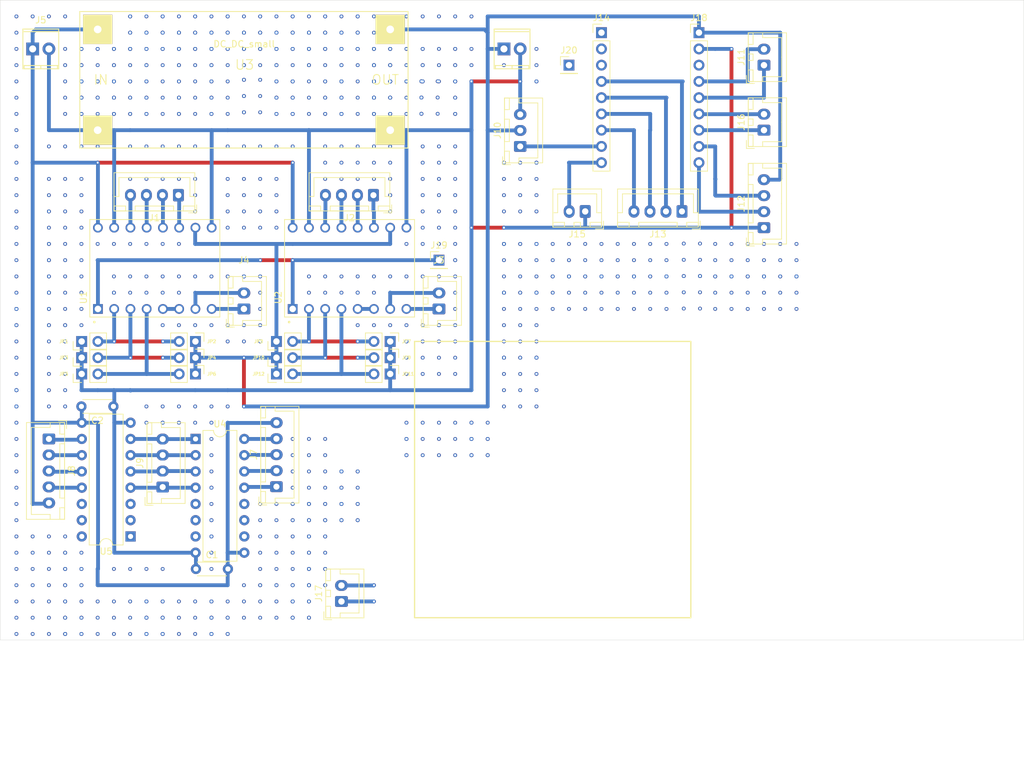
<source format=kicad_pcb>
(kicad_pcb (version 20240108) (generator "pcbnew") (generator_version "8.0")
  (layers (0 "F.Cu" signal) (31 "B.Cu" signal) (34 "B.Paste" user) (35 "F.Paste" user) (36 "B.SilkS" user "B.Silkscreen") (37 "F.SilkS" user "F.Silkscreen") (38 "B.Mask" user) (39 "F.Mask" user) (44 "Edge.Cuts" user))
  (net 0 "")
  (net 1 "+12V")
  (net 2 "+5V")
  (net 3 "/MS1A")
  (net 4 "/MS2A")
  (net 5 "/MS3A")
  (net 6 "/MS1B")
  (net 7 "/MS2B")
  (net 8 "/MS3B")
  (net 9 "Net-(U1-~{RESET})")
  (net 10 "Net-(J1-Pin_2)")
  (net 11 "Net-(J1-Pin_4)")
  (net 12 "/Enable")
  (net 13 "Net-(J1-Pin_3)")
  (net 14 "Net-(J1-Pin_1)")
  (net 15 "Net-(J4-Pin_2)")
  (net 16 "Net-(J4-Pin_1)")
  (net 17 "Net-(J3-Pin_1)")
  (net 18 "Net-(U2-~{RESET})")
  (net 19 "Net-(J2-Pin_4)")
  (net 20 "Net-(J2-Pin_2)")
  (net 21 "Net-(J3-Pin_2)")
  (net 22 "Net-(J2-Pin_1)")
  (net 23 "Net-(J2-Pin_3)")
  (net 24 "Net-(J7-Pin_2)")
  (net 25 "Net-(J7-Pin_4)")
  (net 26 "Net-(J7-Pin_3)")
  (net 27 "Net-(J8-Pin_4)")
  (net 28 "Net-(J8-Pin_3)")
  (net 29 "Net-(J8-Pin_2)")
  (net 30 "/In4")
  (net 34 "/In2")
  (net 36 "/In1")
  (net 39 "/In3")
  (net 46 "Net-(J7-Pin_1)")
  (net 47 "Net-(J8-Pin_1)")
  (net 48 "/IO6")
  (net 49 "/Rx")
  (net 50 "/IO1")
  (net 51 "/Tx")
  (net 52 "/IO2")
  (net 53 "/IO7")
  (net 54 "/IO4")
  (net 55 "/IO3")
  (net 56 "/IO5")
  (net 57 "/IO10")
  (net 58 "/IO9")
  (net 59 "/IO11")
  (net 60 "/IO13")
  (net 61 "/IO8")
  (net 62 "/3V3")
  (net 63 "/IO12")
  (net 64 "GND")
  (net 65 "unconnected-(J17-Pin_1-Pad1)")
  (net 66 "unconnected-(J17-Pin_2-Pad2)")
  (footprint "Package_DIP:CERDIP-16_W7.62mm_SideBrazed" (layer "F.Cu") (at 86.42 127 180)
    (property "Reference" "U5")
    (property "Value" "ULN2003A")
  )
  (footprint "A4988_STEPPER_MOTOR_DRIVER_CARRIER:MODULE_A4988_STEPPER_MOTOR_DRIVER_CARRIER" (layer "F.Cu") (at 99.1 78.74 90)
    (property "Reference" "U1")
    (property "Value" "A4988_STEPPER_MOTOR_DRIVER_CARRIER")
  )
  (footprint "Pin_Headers_SID:Pin_Header_Straight_1x02_Pitch2.54mm" (layer "F.Cu") (at 109.22 99.06 90)
    (property "Reference" "JP10")
    (property "Value" "Jp")
  )
  (footprint "Connector_PinHeader_2.54mm:PinHeader_1x09_P2.54mm_Vertical" (layer "F.Cu") (at 175.26 48.26)
    (property "Reference" "J18")
    (property "Value" "Screw_Terminal_01x09")
  )
  (footprint "Connector_JST:JST_XH_B5B-XH-A_1x05_P2.50mm_Vertical" (layer "F.Cu") (at 73.66 111.76 -90)
    (property "Reference" "J8")
    (property "Value" "Screw_Terminal_01x05")
  )
  (footprint "Pin_Headers_SID:Pin_Header_Straight_1x02_Pitch2.54mm" (layer "F.Cu") (at 127 99.06 -90)
    (property "Reference" "JP9")
    (property "Value" "Jp")
  )
  (footprint "Connector_JST:JST_XH_B2B-XH-A_1x02_P2.50mm_Vertical" (layer "F.Cu") (at 185.42 63.5 90)
    (property "Reference" "J16")
    (property "Value" "Motor NEMA D")
  )
  (footprint "Connectors_Terminal_Blocks_SID:TerminalBlock_Pheonix_MPT-2.54mm_2pol" (layer "F.Cu") (at 71.12 50.8)
    (property "Reference" "J5")
    (property "Value" "Alimentacion")
  )
  (footprint "Connectors_Terminal_Blocks_SID:TerminalBlock_Pheonix_MPT-2.54mm_2pol" (layer "F.Cu") (at 144.78 50.8)
    (property "Reference" "J6" (hide yes))
    (property "Value" "Alimentacion 5V")
  )
  (footprint "Capacitor_THT:C_Disc_D4.3mm_W1.9mm_P5.00mm" (layer "F.Cu") (at 83.74 106.68 180)
    (property "Reference" "C2")
    (property "Value" "C")
  )
  (footprint "Connector_JST:JST_XH_B2B-XH-A_1x02_P2.50mm_Vertical" (layer "F.Cu") (at 185.42 53.34 90)
    (property "Reference" "J11")
    (property "Value" "Motor NEMA I")
  )
  (footprint "Capacitor_THT:C_Disc_D4.3mm_W1.9mm_P5.00mm" (layer "F.Cu") (at 96.64 132.08)
    (property "Reference" "C1")
    (property "Value" "C")
  )
  (footprint "Connector_JST:JST_XH_B4B-XH-A_1x04_P2.50mm_Vertical" (layer "F.Cu") (at 172.6 76.2 180)
    (property "Reference" "J13")
    (property "Value" "Motores 28BYJ-48")
  )
  (footprint "Connector_JST:JST_XH_B3B-XH-A_1x03_P2.50mm_Vertical" (layer "F.Cu") (at 147.32 66.04 90)
    (property "Reference" "J10")
    (property "Value" "Servo")
  )
  (footprint "Connector_JST:JST_XH_B2B-XH-A_1x02_P2.50mm_Vertical" (layer "F.Cu") (at 119.38 137.16 90)
    (property "Reference" "J17")
    (property "Value" "Motor")
  )
  (footprint "Connector_JST:JST_XH_B2B-XH-A_1x02_P2.50mm_Vertical" (layer "F.Cu") (at 104.14 91.44 90)
    (property "Reference" "J4")
    (property "Value" "Control_I")
  )
  (footprint "Pin_Headers_SID:Pin_Header_Straight_1x02_Pitch2.54mm" (layer "F.Cu") (at 78.78 101.6 90)
    (property "Reference" "JP5")
    (property "Value" "Jp")
  )
  (footprint "Pin_Headers_SID:Pin_Header_Straight_1x02_Pitch2.54mm" (layer "F.Cu") (at 78.78 99.06 90)
    (property "Reference" "JP3")
    (property "Value" "Jp")
  )
  (footprint "Connector_JST:JST_XH_B4B-XH-A_1x04_P2.50mm_Vertical" (layer "F.Cu") (at 91.44 119.28 90)
    (property "Reference" "J9")
    (property "Value" "Screw_Terminal_01x04")
  )
  (footprint "Pin_Headers_SID:Pin_Header_Straight_1x02_Pitch2.54mm" (layer "F.Cu") (at 96.56 99.06 -90)
    (property "Reference" "JP4")
    (property "Value" "Jp")
  )
  (footprint "Pin_Headers_SID:Pin_Header_Straight_1x02_Pitch2.54mm" (layer "F.Cu") (at 96.56 96.52 -90)
    (property "Reference" "JP2")
    (property "Value" "Jp")
  )
  (footprint "Pin_Headers_SID:Pin_Header_Straight_1x02_Pitch2.54mm" (layer "F.Cu") (at 127 96.52 -90)
    (property "Reference" "JP7")
    (property "Value" "Jp")
  )
  (footprint "DC_DC_LM2596_small:DC_DC_LM2596_small" (layer "F.Cu") (at 104.14 55.626)
    (property "Reference" "U3")
    (property "Value" "DC_DC_small")
  )
  (footprint "Connector_JST:JST_XH_B2B-XH-A_1x02_P2.50mm_Vertical" (layer "F.Cu") (at 157.48 76.2 180)
    (property "Reference" "J15")
    (property "Value" "Final carrera")
  )
  (footprint "Connector_JST:JST_XH_B4B-XH-A_1x04_P2.50mm_Vertical" (layer "F.Cu") (at 185.42 78.74 90)
    (property "Reference" "J12")
    (property "Value" "Motor DC")
  )
  (footprint "Connector_PinHeader_2.54mm:PinHeader_1x01_P2.54mm_Vertical" (layer "F.Cu") (at 134.62 83.82)
    (property "Reference" "J19")
    (property "Value" "Screw_Terminal_01x01")
  )
  (footprint "Connector_JST:JST_XH_B4B-XH-A_1x04_P2.50mm_Vertical" (layer "F.Cu") (at 124.38 73.66 180)
    (property "Reference" "J2")
    (property "Value" "Motor_D")
  )
  (footprint "Package_DIP:CERDIP-16_W7.62mm_SideBrazed" (layer "F.Cu") (at 96.58 111.76)
    (property "Reference" "U4")
    (property "Value" "ULN2003A" (hide yes))
  )
  (footprint "Pin_Headers_SID:Pin_Header_Straight_1x02_Pitch2.54mm" (layer "F.Cu") (at 78.78 96.52 90)
    (property "Reference" "JP1")
    (property "Value" "Jp")
  )
  (footprint "Pin_Headers_SID:Pin_Header_Straight_1x02_Pitch2.54mm" (layer "F.Cu") (at 127 101.6 -90)
    (property "Reference" "JP11")
    (property "Value" "Jp")
  )
  (footprint "Pin_Headers_SID:Pin_Header_Straight_1x02_Pitch2.54mm" (layer "F.Cu") (at 109.22 101.6 90)
    (property "Reference" "JP12")
    (property "Value" "Jp")
  )
  (footprint "Connector_JST:JST_XH_B5B-XH-A_1x05_P2.50mm_Vertical" (layer "F.Cu") (at 109.22 119.22 90)
    (property "Reference" "J7")
    (property "Value" "Screw_Terminal_01x05")
  )
  (footprint "Connector_PinHeader_2.54mm:PinHeader_1x01_P2.54mm_Vertical" (layer "F.Cu") (at 154.94 53.34)
    (property "Reference" "J20")
    (property "Value" "Screw_Terminal_01x01")
  )
  (footprint "A4988_STEPPER_MOTOR_DRIVER_CARRIER:MODULE_A4988_STEPPER_MOTOR_DRIVER_CARRIER" (layer "F.Cu") (at 129.54 78.74 90)
    (property "Reference" "U2")
    (property "Value" "A4988_STEPPER_MOTOR_DRIVER_CARRIER")
  )
  (footprint "Connector_JST:JST_XH_B4B-XH-A_1x04_P2.50mm_Vertical" (layer "F.Cu") (at 93.9 73.66 180)
    (property "Reference" "J1")
    (property "Value" "Motor_I")
  )
  (footprint "Connector_PinHeader_2.54mm:PinHeader_1x09_P2.54mm_Vertical" (layer "F.Cu") (at 160.02 48.26)
    (property "Reference" "J14")
    (property "Value" "Screw_Terminal_01x09")
  )
  (footprint "Pin_Headers_SID:Pin_Header_Straight_1x02_Pitch2.54mm" (layer "F.Cu") (at 109.22 96.52 90)
    (property "Reference" "JP8")
    (property "Value" "Jp")
  )
  (footprint "Connector_JST:JST_XH_B2B-XH-A_1x02_P2.50mm_Vertical" (layer "F.Cu") (at 134.62 91.44 90)
    (property "Reference" "J3")
    (property "Value" "Control_D")
  )
  (footprint "Pin_Headers_SID:Pin_Header_Straight_1x02_Pitch2.54mm" (layer "F.Cu") (at 96.56 101.6 -90)
    (property "Reference" "JP6")
    (property "Value" "Jp")
  )
  (gr_rect (start 130.81 96.52) (end 173.99 139.7) (stroke (width 0.2)) (fill none) (layer "F.SilkS"))
  (gr_rect (start 66.04 43.18) (end 226.04 143.18) (stroke (width 0.05)) (fill none) (layer "Edge.Cuts"))
  (via (at 101.6 58.42) (size 0.6) (drill 0.3) (layers "F.Cu" "B.Cu") (net 0))
  (via (at 76.2 71.12) (size 0.6) (drill 0.3) (layers "F.Cu" "B.Cu") (net 0))
  (via (at 144.78 99.06) (size 0.6) (drill 0.3) (layers "F.Cu" "B.Cu") (net 0))
  (via (at 111.76 134.62) (size 0.6) (drill 0.3) (layers "F.Cu" "B.Cu") (net 0))
  (via (at 76.2 86.36) (size 0.6) (drill 0.3) (layers "F.Cu" "B.Cu") (net 0))
  (via (at 73.66 129.54) (size 0.6) (drill 0.3) (layers "F.Cu" "B.Cu") (net 0))
  (via (at 68.58 93.98) (size 0.6) (drill 0.3) (layers "F.Cu" "B.Cu") (net 0))
  (via (at 96.52 48.26) (size 0.6) (drill 0.3) (layers "F.Cu" "B.Cu") (net 0))
  (via (at 121.92 124.46) (size 0.6) (drill 0.3) (layers "F.Cu" "B.Cu") (net 0))
  (via (at 101.6 45.72) (size 0.6) (drill 0.3) (layers "F.Cu" "B.Cu") (net 0))
  (via (at 101.6 106.68) (size 0.6) (drill 0.3) (layers "F.Cu" "B.Cu") (net 0))
  (via (at 73.66 106.68) (size 0.6) (drill 0.3) (layers "F.Cu" "B.Cu") (net 0))
  (via (at 86.36 45.72) (size 0.6) (drill 0.3) (layers "F.Cu" "B.Cu") (net 0))
  (via (at 99.06 53.34) (size 0.6) (drill 0.3) (layers "F.Cu" "B.Cu") (net 0))
  (via (at 129.54 114.3) (size 0.6) (drill 0.3) (layers "F.Cu" "B.Cu") (net 0))
  (via (at 101.6 139.7) (size 0.6) (drill 0.3) (layers "F.Cu" "B.Cu") (net 0))
  (via (at 93.98 48.26) (size 0.6) (drill 0.3) (layers "F.Cu" "B.Cu") (net 0))
  (via (at 114.3 121.92) (size 0.6) (drill 0.3) (layers "F.Cu" "B.Cu") (net 0))
  (via (at 71.12 139.7) (size 0.6) (drill 0.3) (layers "F.Cu" "B.Cu") (net 0))
  (via (at 190.5 86.36) (size 0.6) (drill 0.3) (layers "F.Cu" "B.Cu") (net 0))
  (via (at 73.66 91.44) (size 0.6) (drill 0.3) (layers "F.Cu" "B.Cu") (net 0))
  (via (at 127 55.88) (size 0.6) (drill 0.3) (layers "F.Cu" "B.Cu") (net 0))
  (via (at 116.84 48.26) (size 0.6) (drill 0.3) (layers "F.Cu" "B.Cu") (net 0))
  (via (at 119.38 45.72) (size 0.6) (drill 0.3) (layers "F.Cu" "B.Cu") (net 0))
  (via (at 137.16 58.42) (size 0.6) (drill 0.3) (layers "F.Cu" "B.Cu") (net 0))
  (via (at 88.9 60.96) (size 0.6) (drill 0.3) (layers "F.Cu" "B.Cu") (net 0))
  (via (at 116.84 50.8) (size 0.6) (drill 0.3) (layers "F.Cu" "B.Cu") (net 0))
  (via (at 91.44 106.68) (size 0.6) (drill 0.3) (layers "F.Cu" "B.Cu") (net 0))
  (via (at 139.7 114.3) (size 0.6) (drill 0.3) (layers "F.Cu" "B.Cu") (net 0))
  (via (at 114.3 88.9) (size 0.6) (drill 0.3) (layers "F.Cu" "B.Cu") (net 0))
  (via (at 119.38 48.26) (size 0.6) (drill 0.3) (layers "F.Cu" "B.Cu") (net 0))
  (via (at 99.06 58.42) (size 0.6) (drill 0.3) (layers "F.Cu" "B.Cu") (net 0))
  (via (at 93.98 48.26) (size 0.6) (drill 0.3) (layers "F.Cu" "B.Cu") (net 0))
  (via (at 76.2 58.42) (size 0.6) (drill 0.3) (layers "F.Cu" "B.Cu") (net 0))
  (via (at 142.24 109.22) (size 0.6) (drill 0.3) (layers "F.Cu" "B.Cu") (net 0))
  (via (at 96.52 109.22) (size 0.6) (drill 0.3) (layers "F.Cu" "B.Cu") (net 0))
  (via (at 167.64 86.36) (size 0.6) (drill 0.3) (layers "F.Cu" "B.Cu") (net 0))
  (via (at 109.22 132.08) (size 0.6) (drill 0.3) (layers "F.Cu" "B.Cu") (net 0))
  (via (at 119.38 71.12) (size 0.6) (drill 0.3) (layers "F.Cu" "B.Cu") (net 0))
  (via (at 93.98 50.8) (size 0.6) (drill 0.3) (layers "F.Cu" "B.Cu") (net 0))
  (via (at 99.06 142.24) (size 0.6) (drill 0.3) (layers "F.Cu" "B.Cu") (net 0))
  (via (at 109.22 124.46) (size 0.6) (drill 0.3) (layers "F.Cu" "B.Cu") (net 0))
  (via (at 91.44 132.08) (size 0.6) (drill 0.3) (layers "F.Cu" "B.Cu") (net 0))
  (via (at 119.38 124.46) (size 0.6) (drill 0.3) (layers "F.Cu" "B.Cu") (net 0))
  (via (at 144.78 81.28) (size 0.6) (drill 0.3) (layers "F.Cu" "B.Cu") (net 0))
  (via (at 116.84 116.84) (size 0.6) (drill 0.3) (layers "F.Cu" "B.Cu") (net 0))
  (via (at 109.22 55.88) (size 0.6) (drill 0.3) (layers "F.Cu" "B.Cu") (net 0))
  (via (at 78.74 78.74) (size 0.6) (drill 0.3) (layers "F.Cu" "B.Cu") (net 0))
  (via (at 76.2 139.7) (size 0.6) (drill 0.3) (layers "F.Cu" "B.Cu") (net 0))
  (via (at 78.74 58.42) (size 0.6) (drill 0.3) (layers "F.Cu" "B.Cu") (net 0))
  (via (at 165.1 86.36) (size 0.6) (drill 0.3) (layers "F.Cu" "B.Cu") (net 0))
  (via (at 68.58 142.24) (size 0.6) (drill 0.3) (layers "F.Cu" "B.Cu") (net 0))
  (via (at 190.5 83.82) (size 0.6) (drill 0.3) (layers "F.Cu" "B.Cu") (net 0))
  (via (at 144.78 88.9) (size 0.6) (drill 0.3) (layers "F.Cu" "B.Cu") (net 0))
  (via (at 165.1 88.9) (size 0.6) (drill 0.3) (layers "F.Cu" "B.Cu") (net 0))
  (via (at 88.9 50.8) (size 0.6) (drill 0.3) (layers "F.Cu" "B.Cu") (net 0))
  (via (at 91.44 48.26) (size 0.6) (drill 0.3) (layers "F.Cu" "B.Cu") (net 0))
  (via (at 101.6 66.04) (size 0.6) (drill 0.3) (layers "F.Cu" "B.Cu") (net 0))
  (via (at 185.42 81.28) (size 0.6) (drill 0.3) (layers "F.Cu" "B.Cu") (net 0))
  (via (at 149.86 55.88) (size 0.6) (drill 0.3) (layers "F.Cu" "B.Cu") (net 0))
  (via (at 93.98 142.24) (size 0.6) (drill 0.3) (layers "F.Cu" "B.Cu") (net 0))
  (via (at 121.92 48.26) (size 0.6) (drill 0.3) (layers "F.Cu" "B.Cu") (net 0))
  (via (at 88.9 137.16) (size 0.6) (drill 0.3) (layers "F.Cu" "B.Cu") (net 0))
  (via (at 109.22 53.34) (size 0.6) (drill 0.3) (layers "F.Cu" "B.Cu") (net 0))
  (via (at 106.68 66.04) (size 0.6) (drill 0.3) (layers "F.Cu" "B.Cu") (net 0))
  (via (at 160.02 88.9) (size 0.6) (drill 0.3) (layers "F.Cu" "B.Cu") (net 0))
  (via (at 124.46 53.34) (size 0.6) (drill 0.3) (layers "F.Cu" "B.Cu") (net 0))
  (via (at 106.68 48.26) (size 0.6) (drill 0.3) (layers "F.Cu" "B.Cu") (net 0))
  (via (at 144.78 101.6) (size 0.6) (drill 0.3) (layers "F.Cu" "B.Cu") (net 0))
  (via (at 132.08 71.12) (size 0.6) (drill 0.3) (layers "F.Cu" "B.Cu") (net 0))
  (via (at 68.58 104.14) (size 0.6) (drill 0.3) (layers "F.Cu" "B.Cu") (net 0))
  (via (at 149.86 104.14) (size 0.6) (drill 0.3) (layers "F.Cu" "B.Cu") (net 0))
  (via (at 119.38 60.96) (size 0.6) (drill 0.3) (layers "F.Cu" "B.Cu") (net 0))
  (via (at 147.32 81.28) (size 0.6) (drill 0.3) (layers "F.Cu" "B.Cu") (net 0))
  (via (at 99.06 137.16) (size 0.6) (drill 0.3) (layers "F.Cu" "B.Cu") (net 0))
  (via (at 149.86 106.68) (size 0.6) (drill 0.3) (layers "F.Cu" "B.Cu") (net 0))
  (via (at 114.3 132.08) (size 0.6) (drill 0.3) (layers "F.Cu" "B.Cu") (net 0))
  (via (at 127 86.36) (size 0.6) (drill 0.3) (layers "F.Cu" "B.Cu") (net 0))
  (via (at 132.08 111.76) (size 0.6) (drill 0.3) (layers "F.Cu" "B.Cu") (net 0))
  (via (at 68.58 45.72) (size 0.6) (drill 0.3) (layers "F.Cu" "B.Cu") (net 0))
  (via (at 134.62 55.88) (size 0.6) (drill 0.3) (layers "F.Cu" "B.Cu") (net 0))
  (via (at 139.7 109.22) (size 0.6) (drill 0.3) (layers "F.Cu" "B.Cu") (net 0))
  (via (at 101.6 139.7) (size 0.6) (drill 0.3) (layers "F.Cu" "B.Cu") (net 0))
  (via (at 129.54 109.22) (size 0.6) (drill 0.3) (layers "F.Cu" "B.Cu") (net 0))
  (via (at 99.06 119.38) (size 0.6) (drill 0.3) (layers "F.Cu" "B.Cu") (net 0))
  (via (at 129.54 53.34) (size 0.6) (drill 0.3) (layers "F.Cu" "B.Cu") (net 0))
  (via (at 78.74 83.82) (size 0.6) (drill 0.3) (layers "F.Cu" "B.Cu") (net 0))
  (via (at 137.16 109.22) (size 0.6) (drill 0.3) (layers "F.Cu" "B.Cu") (net 0))
  (via (at 71.12 127) (size 0.6) (drill 0.3) (layers "F.Cu" "B.Cu") (net 0))
  (via (at 177.8 88.9) (size 0.6) (drill 0.3) (layers "F.Cu" "B.Cu") (net 0))
  (via (at 137.16 66.04) (size 0.6) (drill 0.3) (layers "F.Cu" "B.Cu") (net 0))
  (via (at 106.68 88.9) (size 0.6) (drill 0.3) (layers "F.Cu" "B.Cu") (net 0))
  (via (at 149.86 83.82) (size 0.6) (drill 0.3) (layers "F.Cu" "B.Cu") (net 0))
  (via (at 137.16 86.36) (size 0.6) (drill 0.3) (layers "F.Cu" "B.Cu") (net 0))
  (via (at 116.84 124.46) (size 0.6) (drill 0.3) (layers "F.Cu" "B.Cu") (net 0))
  (via (at 132.08 76.2) (size 0.6) (drill 0.3) (layers "F.Cu" "B.Cu") (net 0))
  (via (at 121.92 55.88) (size 0.6) (drill 0.3) (layers "F.Cu" "B.Cu") (net 0))
  (via (at 99.06 86.36) (size 0.6) (drill 0.3) (layers "F.Cu" "B.Cu") (net 0))
  (via (at 99.06 124.46) (size 0.6) (drill 0.3) (layers "F.Cu" "B.Cu") (net 0))
  (via (at 114.3 53.34) (size 0.6) (drill 0.3) (layers "F.Cu" "B.Cu") (net 0))
  (via (at 83.82 50.8) (size 0.6) (drill 0.3) (layers "F.Cu" "B.Cu") (net 0))
  (via (at 111.76 121.92) (size 0.6) (drill 0.3) (layers "F.Cu" "B.Cu") (net 0))
  (via (at 116.84 68.58) (size 0.6) (drill 0.3) (layers "F.Cu" "B.Cu") (net 0))
  (via (at 104.14 93.98) (size 0.6) (drill 0.3) (layers "F.Cu" "B.Cu") (net 0))
  (via (at 185.42 86.36) (size 0.6) (drill 0.3) (layers "F.Cu" "B.Cu") (net 0))
  (via (at 86.36 50.8) (size 0.6) (drill 0.3) (layers "F.Cu" "B.Cu") (net 0))
  (via (at 83.82 88.9) (size 0.6) (drill 0.3) (layers "F.Cu" "B.Cu") (net 0))
  (via (at 109.22 134.62) (size 0.6) (drill 0.3) (layers "F.Cu" "B.Cu") (net 0))
  (via (at 114.3 48.26) (size 0.6) (drill 0.3) (layers "F.Cu" "B.Cu") (net 0))
  (via (at 71.12 132.08) (size 0.6) (drill 0.3) (layers "F.Cu" "B.Cu") (net 0))
  (via (at 111.76 134.62) (size 0.6) (drill 0.3) (layers "F.Cu" "B.Cu") (net 0))
  (via (at 78.74 134.62) (size 0.6) (drill 0.3) (layers "F.Cu" "B.Cu") (net 0))
  (via (at 147.32 68.58) (size 0.6) (drill 0.3) (layers "F.Cu" "B.Cu") (net 0))
  (via (at 88.9 81.28) (size 0.6) (drill 0.3) (layers "F.Cu" "B.Cu") (net 0))
  (via (at 152.4 86.36) (size 0.6) (drill 0.3) (layers "F.Cu" "B.Cu") (net 0))
  (via (at 76.2 83.82) (size 0.6) (drill 0.3) (layers "F.Cu" "B.Cu") (net 0))
  (via (at 96.52 139.7) (size 0.6) (drill 0.3) (layers "F.Cu" "B.Cu") (net 0))
  (via (at 132.08 81.28) (size 0.6) (drill 0.3) (layers "F.Cu" "B.Cu") (net 0))
  (via (at 86.36 86.36) (size 0.6) (drill 0.3) (layers "F.Cu" "B.Cu") (net 0))
  (via (at 147.32 93.98) (size 0.6) (drill 0.3) (layers "F.Cu" "B.Cu") (net 0))
  (via (at 78.74 55.88) (size 0.6) (drill 0.3) (layers "F.Cu" "B.Cu") (net 0))
  (via (at 101.6 48.26) (size 0.6) (drill 0.3) (layers "F.Cu" "B.Cu") (net 0))
  (via (at 124.46 55.88) (size 0.6) (drill 0.3) (layers "F.Cu" "B.Cu") (net 0))
  (via (at 106.68 50.8) (size 0.6) (drill 0.3) (layers "F.Cu" "B.Cu") (net 0))
  (via (at 68.58 114.3) (size 0.6) (drill 0.3) (layers "F.Cu" "B.Cu") (net 0))
  (via (at 144.78 53.34) (size 0.6) (drill 0.3) (layers "F.Cu" "B.Cu") (net 0))
  (via (at 114.3 139.7) (size 0.6) (drill 0.3) (layers "F.Cu" "B.Cu") (net 0))
  (via (at 137.16 71.12) (size 0.6) (drill 0.3) (layers "F.Cu" "B.Cu") (net 0))
  (via (at 144.78 88.9) (size 0.6) (drill 0.3) (layers "F.Cu" "B.Cu") (net 0))
  (via (at 104.14 50.8) (size 0.6) (drill 0.3) (layers "F.Cu" "B.Cu") (net 0))
  (via (at 96.52 93.98) (size 0.6) (drill 0.3) (layers "F.Cu" "B.Cu") (net 0))
  (via (at 76.2 142.24) (size 0.6) (drill 0.3) (layers "F.Cu" "B.Cu") (net 0))
  (via (at 88.9 50.8) (size 0.6) (drill 0.3) (layers "F.Cu" "B.Cu") (net 0))
  (via (at 68.58 91.44) (size 0.6) (drill 0.3) (layers "F.Cu" "B.Cu") (net 0))
  (via (at 73.66 88.9) (size 0.6) (drill 0.3) (layers "F.Cu" "B.Cu") (net 0))
  (via (at 68.58 106.68) (size 0.6) (drill 0.3) (layers "F.Cu" "B.Cu") (net 0))
  (via (at 93.98 60.96) (size 0.6) (drill 0.3) (layers "F.Cu" "B.Cu") (net 0))
  (via (at 68.58 93.98) (size 0.6) (drill 0.3) (layers "F.Cu" "B.Cu") (net 0))
  (via (at 111.76 55.88) (size 0.6) (drill 0.3) (layers "F.Cu" "B.Cu") (net 0))
  (via (at 86.36 58.42) (size 0.6) (drill 0.3) (layers "F.Cu" "B.Cu") (net 0))
  (via (at 68.58 53.34) (size 0.6) (drill 0.3) (layers "F.Cu" "B.Cu") (net 0))
  (via (at 91.44 55.88) (size 0.6) (drill 0.3) (layers "F.Cu" "B.Cu") (net 0))
  (via (at 83.82 132.08) (size 0.6) (drill 0.3) (layers "F.Cu" "B.Cu") (net 0))
  (via (at 93.98 88.9) (size 0.6) (drill 0.3) (layers "F.Cu" "B.Cu") (net 0))
  (via (at 137.16 88.9) (size 0.6) (drill 0.3) (layers "F.Cu" "B.Cu") (net 0))
  (via (at 104.14 45.72) (size 0.6) (drill 0.3) (layers "F.Cu" "B.Cu") (net 0))
  (via (at 116.84 88.9) (size 0.6) (drill 0.3) (layers "F.Cu" "B.Cu") (net 0))
  (via (at 170.18 86.36) (size 0.6) (drill 0.3) (layers "F.Cu" "B.Cu") (net 0))
  (via (at 91.44 93.98) (size 0.6) (drill 0.3) (layers "F.Cu" "B.Cu") (net 0))
  (via (at 116.84 50.8) (size 0.6) (drill 0.3) (layers "F.Cu" "B.Cu") (net 0))
  (via (at 119.38 60.96) (size 0.6) (drill 0.3) (layers "F.Cu" "B.Cu") (net 0))
  (via (at 68.58 91.44) (size 0.6) (drill 0.3) (layers "F.Cu" "B.Cu") (net 0))
  (via (at 78.74 58.42) (size 0.6) (drill 0.3) (layers "F.Cu" "B.Cu") (net 0))
  (via (at 109.22 50.8) (size 0.6) (drill 0.3) (layers "F.Cu" "B.Cu") (net 0))
  (via (at 106.68 48.26) (size 0.6) (drill 0.3) (layers "F.Cu" "B.Cu") (net 0))
  (via (at 119.38 116.84) (size 0.6) (drill 0.3) (layers "F.Cu" "B.Cu") (net 0))
  (via (at 121.92 45.72) (size 0.6) (drill 0.3) (layers "F.Cu" "B.Cu") (net 0))
  (via (at 114.3 134.62) (size 0.6) (drill 0.3) (layers "F.Cu" "B.Cu") (net 0))
  (via (at 165.1 86.36) (size 0.6) (drill 0.3) (layers "F.Cu" "B.Cu") (net 0))
  (via (at 99.06 106.68) (size 0.6) (drill 0.3) (layers "F.Cu" "B.Cu") (net 0))
  (via (at 144.78 81.28) (size 0.6) (drill 0.3) (layers "F.Cu" "B.Cu") (net 0))
  (via (at 68.58 104.14) (size 0.6) (drill 0.3) (layers "F.Cu" "B.Cu") (net 0))
  (via (at 86.36 139.7) (size 0.6) (drill 0.3) (layers "F.Cu" "B.Cu") (net 0))
  (via (at 88.9 142.24) (size 0.6) (drill 0.3) (layers "F.Cu" "B.Cu") (net 0))
  (via (at 144.78 99.06) (size 0.6) (drill 0.3) (layers "F.Cu" "B.Cu") (net 0))
  (via (at 111.76 55.88) (size 0.6) (drill 0.3) (layers "F.Cu" "B.Cu") (net 0))
  (via (at 132.08 93.98) (size 0.6) (drill 0.3) (layers "F.Cu" "B.Cu") (net 0))
  (via (at 78.74 86.36) (size 0.6) (drill 0.3) (layers "F.Cu" "B.Cu") (net 0))
  (via (at 160.02 86.36) (size 0.6) (drill 0.3) (layers "F.Cu" "B.Cu") (net 0))
  (via (at 114.3 58.42) (size 0.6) (drill 0.3) (layers "F.Cu" "B.Cu") (net 0))
  (via (at 111.76 137.16) (size 0.6) (drill 0.3) (layers "F.Cu" "B.Cu") (net 0))
  (via (at 99.06 48.26) (size 0.6) (drill 0.3) (layers "F.Cu" "B.Cu") (net 0))
  (via (at 109.22 73.66) (size 0.6) (drill 0.3) (layers "F.Cu" "B.Cu") (net 0))
  (via (at 101.6 71.12) (size 0.6) (drill 0.3) (layers "F.Cu" "B.Cu") (net 0))
  (via (at 134.418412 55.859473) (size 0.6) (drill 0.3) (layers "F.Cu" "B.Cu") (net 0))
  (via (at 119.38 48.26) (size 0.6) (drill 0.3) (layers "F.Cu" "B.Cu") (net 0))
  (via (at 76.2 139.7) (size 0.6) (drill 0.3) (layers "F.Cu" "B.Cu") (net 0))
  (via (at 93.98 60.96) (size 0.6) (drill 0.3) (layers "F.Cu" "B.Cu") (net 0))
  (via (at 114.3 119.38) (size 0.6) (drill 0.3) (layers "F.Cu" "B.Cu") (net 0))
  (via (at 109.22 71.12) (size 0.6) (drill 0.3) (layers "F.Cu" "B.Cu") (net 0))
  (via (at 124.46 50.8) (size 0.6) (drill 0.3) (layers "F.Cu" "B.Cu") (net 0))
  (via (at 129.54 111.76) (size 0.6) (drill 0.3) (layers "F.Cu" "B.Cu") (net 0))
  (via (at 137.16 60.96) (size 0.6) (drill 0.3) (layers "F.Cu" "B.Cu") (net 0))
  (via (at 99.06 53.34) (size 0.6) (drill 0.3) (layers "F.Cu" "B.Cu") (net 0))
  (via (at 99.06 60.96) (size 0.6) (drill 0.3) (layers "F.Cu" "B.Cu") (net 0))
  (via (at 81.28 139.7) (size 0.6) (drill 0.3) (layers "F.Cu" "B.Cu") (net 0))
  (via (at 132.08 45.72) (size 0.6) (drill 0.3) (layers "F.Cu" "B.Cu") (net 0))
  (via (at 104.14 55.626) (size 0.6) (drill 0.3) (layers "F.Cu" "B.Cu") (net 0))
  (via (at 76.2 96.52) (size 0.6) (drill 0.3) (layers "F.Cu" "B.Cu") (net 0))
  (via (at 137.16 53.34) (size 0.6) (drill 0.3) (layers "F.Cu" "B.Cu") (net 0))
  (via (at 106.68 124.46) (size 0.6) (drill 0.3) (layers "F.Cu" "B.Cu") (net 0))
  (via (at 134.62 45.72) (size 0.6) (drill 0.3) (layers "F.Cu" "B.Cu") (net 0))
  (via (at 154.94 81.28) (size 0.6) (drill 0.3) (layers "F.Cu" "B.Cu") (net 0))
  (via (at 116.84 48.26) (size 0.6) (drill 0.3) (layers "F.Cu" "B.Cu") (net 0))
  (via (at 86.36 45.72) (size 0.6) (drill 0.3) (layers "F.Cu" "B.Cu") (net 0))
  (via (at 116.84 58.42) (size 0.6) (drill 0.3) (layers "F.Cu" "B.Cu") (net 0))
  (via (at 139.7 111.76) (size 0.6) (drill 0.3) (layers "F.Cu" "B.Cu") (net 0))
  (via (at 109.22 48.26) (size 0.6) (drill 0.3) (layers "F.Cu" "B.Cu") (net 0))
  (via (at 96.52 86.36) (size 0.6) (drill 0.3) (layers "F.Cu" "B.Cu") (net 0))
  (via (at 106.68 96.52) (size 0.6) (drill 0.3) (layers "F.Cu" "B.Cu") (net 0))
  (via (at 104.14 58.166) (size 0.6) (drill 0.3) (layers "F.Cu" "B.Cu") (net 0))
  (via (at 73.66 93.98) (size 0.6) (drill 0.3) (layers "F.Cu" "B.Cu") (net 0))
  (via (at 187.96 83.82) (size 0.6) (drill 0.3) (layers "F.Cu" "B.Cu") (net 0))
  (via (at 109.22 58.42) (size 0.6) (drill 0.3) (layers "F.Cu" "B.Cu") (net 0))
  (via (at 78.74 73.66) (size 0.6) (drill 0.3) (layers "F.Cu" "B.Cu") (net 0))
  (via (at 111.76 60.96) (size 0.6) (drill 0.3) (layers "F.Cu" "B.Cu") (net 0))
  (via (at 116.84 111.76) (size 0.6) (drill 0.3) (layers "F.Cu" "B.Cu") (net 0))
  (via (at 172.883608 86.30275) (size 0.6) (drill 0.3) (layers "F.Cu" "B.Cu") (net 0))
  (via (at 170.18 91.44) (size 0.6) (drill 0.3) (layers "F.Cu" "B.Cu") (net 0))
  (via (at 73.66 127) (size 0.6) (drill 0.3) (layers "F.Cu" "B.Cu") (net 0))
  (via (at 111.76 48.26) (size 0.6) (drill 0.3) (layers "F.Cu" "B.Cu") (net 0))
  (via (at 73.66 93.98) (size 0.6) (drill 0.3) (layers "F.Cu" "B.Cu") (net 0))
  (via (at 124.46 53.34) (size 0.6) (drill 0.3) (layers "F.Cu" "B.Cu") (net 0))
  (via (at 93.98 48.26) (size 0.6) (drill 0.3) (layers "F.Cu" "B.Cu") (net 0))
  (via (at 96.52 76.2) (size 0.6) (drill 0.3) (layers "F.Cu" "B.Cu") (net 0))
  (via (at 167.64 81.28) (size 0.6) (drill 0.3) (layers "F.Cu" "B.Cu") (net 0))
  (via (at 73.66 76.2) (size 0.6) (drill 0.3) (layers "F.Cu" "B.Cu") (net 0))
  (via (at 101.6 55.88) (size 0.6) (drill 0.3) (layers "F.Cu" "B.Cu") (net 0))
  (via (at 114.3 124.46) (size 0.6) (drill 0.3) (layers "F.Cu" "B.Cu") (net 0))
  (via (at 96.52 137.16) (size 0.6) (drill 0.3) (layers "F.Cu" "B.Cu") (net 0))
  (via (at 78.74 58.42) (size 0.6) (drill 0.3) (layers "F.Cu" "B.Cu") (net 0))
  (via (at 137.16 60.96) (size 0.6) (drill 0.3) (layers "F.Cu" "B.Cu") (net 0))
  (via (at 111.76 124.46) (size 0.6) (drill 0.3) (layers "F.Cu" "B.Cu") (net 0))
  (via (at 119.38 119.38) (size 0.6) (drill 0.3) (layers "F.Cu" "B.Cu") (net 0))
  (via (at 160.02 83.82) (size 0.6) (drill 0.3) (layers "F.Cu" "B.Cu") (net 0))
  (via (at 119.38 58.42) (size 0.6) (drill 0.3) (layers "F.Cu" "B.Cu") (net 0))
  (via (at 157.48 86.36) (size 0.6) (drill 0.3) (layers "F.Cu" "B.Cu") (net 0))
  (via (at 144.78 68.58) (size 0.6) (drill 0.3) (layers "F.Cu" "B.Cu") (net 0))
  (via (at 96.52 48.26) (size 0.6) (drill 0.3) (layers "F.Cu" "B.Cu") (net 0))
  (via (at 111.76 50.8) (size 0.6) (drill 0.3) (layers "F.Cu" "B.Cu") (net 0))
  (via (at 88.9 55.88) (size 0.6) (drill 0.3) (layers "F.Cu" "B.Cu") (net 0))
  (via (at 93.98 58.42) (size 0.6) (drill 0.3) (layers "F.Cu" "B.Cu") (net 0))
  (via (at 147.32 86.36) (size 0.6) (drill 0.3) (layers "F.Cu" "B.Cu") (net 0))
  (via (at 73.66 83.82) (size 0.6) (drill 0.3) (layers "F.Cu" "B.Cu") (net 0))
  (via (at 121.92 124.46) (size 0.6) (drill 0.3) (layers "F.Cu" "B.Cu") (net 0))
  (via (at 144.78 73.66) (size 0.6) (drill 0.3) (layers "F.Cu" "B.Cu") (net 0))
  (via (at 121.92 121.92) (size 0.6) (drill 0.3) (layers "F.Cu" "B.Cu") (net 0))
  (via (at 88.9 48.26) (size 0.6) (drill 0.3) (layers "F.Cu" "B.Cu") (net 0))
  (via (at 121.92 119.38) (size 0.6) (drill 0.3) (layers "F.Cu" "B.Cu") (net 0))
  (via (at 147.32 99.06) (size 0.6) (drill 0.3) (layers "F.Cu" "B.Cu") (net 0))
  (via (at 177.8 83.82) (size 0.6) (drill 0.3) (layers "F.Cu" "B.Cu") (net 0))
  (via (at 119.38 124.46) (size 0.6) (drill 0.3) (layers "F.Cu" "B.Cu") (net 0))
  (via (at 116.84 132.08) (size 0.6) (drill 0.3) (layers "F.Cu" "B.Cu") (net 0))
  (via (at 78.74 50.8) (size 0.6) (drill 0.3) (layers "F.Cu" "B.Cu") (net 0))
  (via (at 119.38 86.36) (size 0.6) (drill 0.3) (layers "F.Cu" "B.Cu") (net 0))
  (via (at 114.3 48.26) (size 0.6) (drill 0.3) (layers "F.Cu" "B.Cu") (net 0))
  (via (at 99.06 116.84) (size 0.6) (drill 0.3) (layers "F.Cu" "B.Cu") (net 0))
  (via (at 86.36 60.96) (size 0.6) (drill 0.3) (layers "F.Cu" "B.Cu") (net 0))
  (via (at 99.06 111.76) (size 0.6) (drill 0.3) (layers "F.Cu" "B.Cu") (net 0))
  (via (at 111.76 50.8) (size 0.6) (drill 0.3) (layers "F.Cu" "B.Cu") (net 0))
  (via (at 111.76 53.34) (size 0.6) (drill 0.3) (layers "F.Cu" "B.Cu") (net 0))
  (via (at 132.08 55.88) (size 0.6) (drill 0.3) (layers "F.Cu" "B.Cu") (net 0))
  (via (at 99.06 109.22) (size 0.6) (drill 0.3) (layers "F.Cu" "B.Cu") (net 0))
  (via (at 86.36 50.8) (size 0.6) (drill 0.3) (layers "F.Cu" "B.Cu") (net 0))
  (via (at 127 50.8) (size 0.6) (drill 0.3) (layers "F.Cu" "B.Cu") (net 0))
  (via (at 182.88 86.36) (size 0.6) (drill 0.3) (layers "F.Cu" "B.Cu") (net 0))
  (via (at 88.9 86.36) (size 0.6) (drill 0.3) (layers "F.Cu" "B.Cu") (net 0))
  (via (at 114.3 127) (size 0.6) (drill 0.3) (layers "F.Cu" "B.Cu") (net 0))
  (via (at 114.3 124.46) (size 0.6) (drill 0.3) (layers "F.Cu" "B.Cu") (net 0))
  (via (at 91.44 109.22) (size 0.6) (drill 0.3) (layers "F.Cu" "B.Cu") (net 0))
  (via (at 99.06 142.24) (size 0.6) (drill 0.3) (layers "F.Cu" "B.Cu") (net 0))
  (via (at 152.4 81.28) (size 0.6) (drill 0.3) (layers "F.Cu" "B.Cu") (net 0))
  (via (at 182.88 86.36) (size 0.6) (drill 0.3) (layers "F.Cu" "B.Cu") (net 0))
  (via (at 131.878412 60.939473) (size 0.6) (drill 0.3) (layers "F.Cu" "B.Cu") (net 0))
  (via (at 175.423608 86.30275) (size 0.6) (drill 0.3) (layers "F.Cu" "B.Cu") (net 0))
  (via (at 111.76 127) (size 0.6) (drill 0.3) (layers "F.Cu" "B.Cu") (net 0))
  (via (at 134.418412 58.399473) (size 0.6) (drill 0.3) (layers "F.Cu" "B.Cu") (net 0))
  (via (at 73.66 66.04) (size 0.6) (drill 0.3) (layers "F.Cu" "B.Cu") (net 0))
  (via (at 124.46 88.9) (size 0.6) (drill 0.3) (layers "F.Cu" "B.Cu") (net 0))
  (via (at 91.44 45.72) (size 0.6) (drill 0.3) (layers "F.Cu" "B.Cu") (net 0))
  (via (at 88.9 48.26) (size 0.6) (drill 0.3) (layers "F.Cu" "B.Cu") (net 0))
  (via (at 142.24 111.76) (size 0.6) (drill 0.3) (layers "F.Cu" "B.Cu") (net 0))
  (via (at 96.52 55.88) (size 0.6) (drill 0.3) (layers "F.Cu" "B.Cu") (net 0))
  (via (at 127 55.88) (size 0.6) (drill 0.3) (layers "F.Cu" "B.Cu") (net 0))
  (via (at 106.68 78.74) (size 0.6) (drill 0.3) (layers "F.Cu" "B.Cu") (net 0))
  (via (at 78.74 134.62) (size 0.6) (drill 0.3) (layers "F.Cu" "B.Cu") (net 0))
  (via (at 93.98 137.16) (size 0.6) (drill 0.3) (layers "F.Cu" "B.Cu") (net 0))
  (via (at 167.64 91.44) (size 0.6) (drill 0.3) (layers "F.Cu" "B.Cu") (net 0))
  (via (at 93.98 50.8) (size 0.6) (drill 0.3) (layers "F.Cu" "B.Cu") (net 0))
  (via (at 76.2 134.62) (size 0.6) (drill 0.3) (layers "F.Cu" "B.Cu") (net 0))
  (via (at 83.82 53.34) (size 0.6) (drill 0.3) (layers "F.Cu" "B.Cu") (net 0))
  (via (at 121.92 60.96) (size 0.6) (drill 0.3) (layers "F.Cu" "B.Cu") (net 0))
  (via (at 137.16 58.42) (size 0.6) (drill 0.3) (layers "F.Cu" "B.Cu") (net 0))
  (via (at 127 73.66) (size 0.6) (drill 0.3) (layers "F.Cu" "B.Cu") (net 0))
  (via (at 68.58 48.26) (size 0.6) (drill 0.3) (layers "F.Cu" "B.Cu") (net 0))
  (via (at 101.6 96.52) (size 0.6) (drill 0.3) (layers "F.Cu" "B.Cu") (net 0))
  (via (at 76.2 53.34) (size 0.6) (drill 0.3) (layers "F.Cu" "B.Cu") (net 0))
  (via (at 106.68 73.66) (size 0.6) (drill 0.3) (layers "F.Cu" "B.Cu") (net 0))
  (via (at 91.44 139.7) (size 0.6) (drill 0.3) (layers "F.Cu" "B.Cu") (net 0))
  (via (at 132.08 73.66) (size 0.6) (drill 0.3) (layers "F.Cu" "B.Cu") (net 0))
  (via (at 68.58 96.52) (size 0.6) (drill 0.3) (layers "F.Cu" "B.Cu") (net 0))
  (via (at 93.98 93.98) (size 0.6) (drill 0.3) (layers "F.Cu" "B.Cu") (net 0))
  (via (at 132.08 66.04) (size 0.6) (drill 0.3) (layers "F.Cu" "B.Cu") (net 0))
  (via (at 78.74 139.7) (size 0.6) (drill 0.3) (layers "F.Cu" "B.Cu") (net 0))
  (via (at 116.84 53.34) (size 0.6) (drill 0.3) (layers "F.Cu" "B.Cu") (net 0))
  (via (at 104.14 60.706) (size 0.6) (drill 0.3) (layers "F.Cu" "B.Cu") (net 0))
  (via (at 149.86 99.06) (size 0.6) (drill 0.3) (layers "F.Cu" "B.Cu") (net 0))
  (via (at 124.46 71.12) (size 0.6) (drill 0.3) (layers "F.Cu" "B.Cu") (net 0))
  (via (at 101.6 73.66) (size 0.6) (drill 0.3) (layers "F.Cu" "B.Cu") (net 0))
  (via (at 114.3 124.46) (size 0.6) (drill 0.3) (layers "F.Cu" "B.Cu") (net 0))
  (via (at 73.66 81.28) (size 0.6) (drill 0.3) (layers "F.Cu" "B.Cu") (net 0))
  (via (at 76.2 99.06) (size 0.6) (drill 0.3) (layers "F.Cu" "B.Cu") (net 0))
  (via (at 114.3 60.96) (size 0.6) (drill 0.3) (layers "F.Cu" "B.Cu") (net 0))
  (via (at 99.06 119.38) (size 0.6) (drill 0.3) (layers "F.Cu" "B.Cu") (net 0))
  (via (at 104.14 66.04) (size 0.6) (drill 0.3) (layers "F.Cu" "B.Cu") (net 0))
  (via (at 127 71.12) (size 0.6) (drill 0.3) (layers "F.Cu" "B.Cu") (net 0))
  (via (at 116.84 124.46) (size 0.6) (drill 0.3) (layers "F.Cu" "B.Cu") (net 0))
  (via (at 78.74 50.8) (size 0.6) (drill 0.3) (layers "F.Cu" "B.Cu") (net 0))
  (via (at 109.22 48.26) (size 0.6) (drill 0.3) (layers "F.Cu" "B.Cu") (net 0))
  (via (at 104.14 86.36) (size 0.6) (drill 0.3) (layers "F.Cu" "B.Cu") (net 0))
  (via (at 172.883608 86.30275) (size 0.6) (drill 0.3) (layers "F.Cu" "B.Cu") (net 0))
  (via (at 129.54 93.98) (size 0.6) (drill 0.3) (layers "F.Cu" "B.Cu") (net 0))
  (via (at 76.2 66.04) (size 0.6) (drill 0.3) (layers "F.Cu" "B.Cu") (net 0))
  (via (at 68.58 60.96) (size 0.6) (drill 0.3) (layers "F.Cu" "B.Cu") (net 0))
  (via (at 111.76 55.88) (size 0.6) (drill 0.3) (layers "F.Cu" "B.Cu") (net 0))
  (via (at 129.54 55.88) (size 0.6) (drill 0.3) (layers "F.Cu" "B.Cu") (net 0))
  (via (at 99.06 55.88) (size 0.6) (drill 0.3) (layers "F.Cu" "B.Cu") (net 0))
  (via (at 131.878412 58.399473) (size 0.6) (drill 0.3) (layers "F.Cu" "B.Cu") (net 0))
  (via (at 93.98 58.42) (size 0.6) (drill 0.3) (layers "F.Cu" "B.Cu") (net 0))
  (via (at 137.16 55.88) (size 0.6) (drill 0.3) (layers "F.Cu" "B.Cu") (net 0))
  (via (at 137.16 45.72) (size 0.6) (drill 0.3) (layers "F.Cu" "B.Cu") (net 0))
  (via (at 121.92 71.12) (size 0.6) (drill 0.3) (layers "F.Cu" "B.Cu") (net 0))
  (via (at 73.66 81.28) (size 0.6) (drill 0.3) (layers "F.Cu" "B.Cu") (net 0))
  (via (at 149.86 53.34) (size 0.6) (drill 0.3) (layers "F.Cu" "B.Cu") (net 0))
  (via (at 88.9 55.88) (size 0.6) (drill 0.3) (layers "F.Cu" "B.Cu") (net 0))
  (via (at 106.68 127) (size 0.6) (drill 0.3) (layers "F.Cu" "B.Cu") (net 0))
  (via (at 119.38 48.26) (size 0.6) (drill 0.3) (layers "F.Cu" "B.Cu") (net 0))
  (via (at 111.76 58.42) (size 0.6) (drill 0.3) (layers "F.Cu" "B.Cu") (net 0))
  (via (at 175.423608 81.22275) (size 0.6) (drill 0.3) (layers "F.Cu" "B.Cu") (net 0))
  (via (at 180.34 81.28) (size 0.6) (drill 0.3) (layers "F.Cu" "B.Cu") (net 0))
  (via (at 96.52 50.8) (size 0.6) (drill 0.3) (layers "F.Cu" "B.Cu") (net 0))
  (via (at 137.16 83.82) (size 0.6) (drill 0.3) (layers "F.Cu" "B.Cu") (net 0))
  (via (at 134.62 53.34) (size 0.6) (drill 0.3) (layers "F.Cu" "B.Cu") (net 0))
  (via (at 111.76 58.42) (size 0.6) (drill 0.3) (layers "F.Cu" "B.Cu") (net 0))
  (via (at 149.86 68.58) (size 0.6) (drill 0.3) (layers "F.Cu" "B.Cu") (net 0))
  (via (at 124.46 55.88) (size 0.6) (drill 0.3) (layers "F.Cu" "B.Cu") (net 0))
  (via (at 134.418412 60.939473) (size 0.6) (drill 0.3) (layers "F.Cu" "B.Cu") (net 0))
  (via (at 114.3 137.16) (size 0.6) (drill 0.3) (layers "F.Cu" "B.Cu") (net 0))
  (via (at 73.66 86.36) (size 0.6) (drill 0.3) (layers "F.Cu" "B.Cu") (net 0))
  (via (at 104.14 60.706) (size 0.6) (drill 0.3) (layers "F.Cu" "B.Cu") (net 0))
  (via (at 137.16 55.88) (size 0.6) (drill 0.3) (layers "F.Cu" "B.Cu") (net 0))
  (via (at 101.6 78.74) (size 0.6) (drill 0.3) (layers "F.Cu" "B.Cu") (net 0))
  (via (at 86.36 88.9) (size 0.6) (drill 0.3) (layers "F.Cu" "B.Cu") (net 0))
  (via (at 119.38 55.88) (size 0.6) (drill 0.3) (layers "F.Cu" "B.Cu") (net 0))
  (via (at 68.58 91.44) (size 0.6) (drill 0.3) (layers "F.Cu" "B.Cu") (net 0))
  (via (at 132.08 114.3) (size 0.6) (drill 0.3) (layers "F.Cu" "B.Cu") (net 0))
  (via (at 76.2 81.28) (size 0.6) (drill 0.3) (layers "F.Cu" "B.Cu") (net 0))
  (via (at 91.44 53.34) (size 0.6) (drill 0.3) (layers "F.Cu" "B.Cu") (net 0))
  (via (at 121.92 116.84) (size 0.6) (drill 0.3) (layers "F.Cu" "B.Cu") (net 0))
  (via (at 76.2 99.06) (size 0.6) (drill 0.3) (layers "F.Cu" "B.Cu") (net 0))
  (via (at 76.2 60.96) (size 0.6) (drill 0.3) (layers "F.Cu" "B.Cu") (net 0))
  (via (at 172.883608 83.76275) (size 0.6) (drill 0.3) (layers "F.Cu" "B.Cu") (net 0))
  (via (at 78.74 60.96) (size 0.6) (drill 0.3) (layers "F.Cu" "B.Cu") (net 0))
  (via (at 149.86 55.88) (size 0.6) (drill 0.3) (layers "F.Cu" "B.Cu") (net 0))
  (via (at 127 55.88) (size 0.6) (drill 0.3) (layers "F.Cu" "B.Cu") (net 0))
  (via (at 137.16 78.74) (size 0.6) (drill 0.3) (layers "F.Cu" "B.Cu") (net 0))
  (via (at 106.68 134.62) (size 0.6) (drill 0.3) (layers "F.Cu" "B.Cu") (net 0))
  (via (at 101.6 86.36) (size 0.6) (drill 0.3) (layers "F.Cu" "B.Cu") (net 0))
  (via (at 104.14 53.34) (size 0.6) (drill 0.3) (layers "F.Cu" "B.Cu") (net 0))
  (via (at 106.68 93.98) (size 0.6) (drill 0.3) (layers "F.Cu" "B.Cu") (net 0))
  (via (at 88.9 71.12) (size 0.6) (drill 0.3) (layers "F.Cu" "B.Cu") (net 0))
  (via (at 116.84 50.8) (size 0.6) (drill 0.3) (layers "F.Cu" "B.Cu") (net 0))
  (via (at 162.56 83.82) (size 0.6) (drill 0.3) (layers "F.Cu" "B.Cu") (net 0))
  (via (at 129.54 96.52) (size 0.6) (drill 0.3) (layers "F.Cu" "B.Cu") (net 0))
  (via (at 152.4 88.9) (size 0.6) (drill 0.3) (layers "F.Cu" "B.Cu") (net 0))
  (via (at 114.3 48.26) (size 0.6) (drill 0.3) (layers "F.Cu" "B.Cu") (net 0))
  (via (at 134.62 86.36) (size 0.6) (drill 0.3) (layers "F.Cu" "B.Cu") (net 0))
  (via (at 101.6 50.8) (size 0.6) (drill 0.3) (layers "F.Cu" "B.Cu") (net 0))
  (via (at 109.22 139.7) (size 0.6) (drill 0.3) (layers "F.Cu" "B.Cu") (net 0))
  (via (at 76.2 78.74) (size 0.6) (drill 0.3) (layers "F.Cu" "B.Cu") (net 0))
  (via (at 68.58 109.22) (size 0.6) (drill 0.3) (layers "F.Cu" "B.Cu") (net 0))
  (via (at 149.86 101.6) (size 0.6) (drill 0.3) (layers "F.Cu" "B.Cu") (net 0))
  (via (at 68.58 73.66) (size 0.6) (drill 0.3) (layers "F.Cu" "B.Cu") (net 0))
  (via (at 99.06 137.16) (size 0.6) (drill 0.3) (layers "F.Cu" "B.Cu") (net 0))
  (via (at 73.66 137.16) (size 0.6) (drill 0.3) (layers "F.Cu" "B.Cu") (net 0))
  (via (at 106.68 50.8) (size 0.6) (drill 0.3) (layers "F.Cu" "B.Cu") (net 0))
  (via (at 86.36 132.08) (size 0.6) (drill 0.3) (layers "F.Cu" "B.Cu") (net 0))
  (via (at 68.58 68.58) (size 0.6) (drill 0.3) (layers "F.Cu" "B.Cu") (net 0))
  (via (at 91.44 66.04) (size 0.6) (drill 0.3) (layers "F.Cu" "B.Cu") (net 0))
  (via (at 99.06 93.98) (size 0.6) (drill 0.3) (layers "F.Cu" "B.Cu") (net 0))
  (via (at 134.62 93.98) (size 0.6) (drill 0.3) (layers "F.Cu" "B.Cu") (net 0))
  (via (at 106.68 48.26) (size 0.6) (drill 0.3) (layers "F.Cu" "B.Cu") (net 0))
  (via (at 96.52 50.8) (size 0.6) (drill 0.3) (layers "F.Cu" "B.Cu") (net 0))
  (via (at 185.42 83.82) (size 0.6) (drill 0.3) (layers "F.Cu" "B.Cu") (net 0))
  (via (at 91.44 142.24) (size 0.6) (drill 0.3) (layers "F.Cu" "B.Cu") (net 0))
  (via (at 91.44 71.12) (size 0.6) (drill 0.3) (layers "F.Cu" "B.Cu") (net 0))
  (via (at 121.92 88.9) (size 0.6) (drill 0.3) (layers "F.Cu" "B.Cu") (net 0))
  (via (at 144.78 81.28) (size 0.6) (drill 0.3) (layers "F.Cu" "B.Cu") (net 0))
  (via (at 160.02 91.44) (size 0.6) (drill 0.3) (layers "F.Cu" "B.Cu") (net 0))
  (via (at 91.44 50.8) (size 0.6) (drill 0.3) (layers "F.Cu" "B.Cu") (net 0))
  (via (at 127 55.88) (size 0.6) (drill 0.3) (layers "F.Cu" "B.Cu") (net 0))
  (via (at 68.58 66.04) (size 0.6) (drill 0.3) (layers "F.Cu" "B.Cu") (net 0))
  (via (at 101.6 50.8) (size 0.6) (drill 0.3) (layers "F.Cu" "B.Cu") (net 0))
  (via (at 106.68 50.8) (size 0.6) (drill 0.3) (layers "F.Cu" "B.Cu") (net 0))
  (via (at 132.08 53.34) (size 0.6) (drill 0.3) (layers "F.Cu" "B.Cu") (net 0))
  (via (at 119.38 53.34) (size 0.6) (drill 0.3) (layers "F.Cu" "B.Cu") (net 0))
  (via (at 111.76 50.8) (size 0.6) (drill 0.3) (layers "F.Cu" "B.Cu") (net 0))
  (via (at 111.76 60.96) (size 0.6) (drill 0.3) (layers "F.Cu" "B.Cu") (net 0))
  (via (at 81.28 55.88) (size 0.6) (drill 0.3) (layers "F.Cu" "B.Cu") (net 0))
  (via (at 88.9 137.16) (size 0.6) (drill 0.3) (layers "F.Cu" "B.Cu") (net 0))
  (via (at 137.16 114.3) (size 0.6) (drill 0.3) (layers "F.Cu" "B.Cu") (net 0))
  (via (at 165.1 86.36) (size 0.6) (drill 0.3) (layers "F.Cu" "B.Cu") (net 0))
  (via (at 116.84 55.88) (size 0.6) (drill 0.3) (layers "F.Cu" "B.Cu") (net 0))
  (via (at 109.22 50.8) (size 0.6) (drill 0.3) (layers "F.Cu" "B.Cu") (net 0))
  (via (at 76.2 73.66) (size 0.6) (drill 0.3) (layers "F.Cu" "B.Cu") (net 0))
  (via (at 114.3 137.16) (size 0.6) (drill 0.3) (layers "F.Cu" "B.Cu") (net 0))
  (via (at 91.44 139.7) (size 0.6) (drill 0.3) (layers "F.Cu" "B.Cu") (net 0))
  (via (at 101.6 76.2) (size 0.6) (drill 0.3) (layers "F.Cu" "B.Cu") (net 0))
  (via (at 114.3 127) (size 0.6) (drill 0.3) (layers "F.Cu" "B.Cu") (net 0))
  (via (at 99.06 142.24) (size 0.6) (drill 0.3) (layers "F.Cu" "B.Cu") (net 0))
  (via (at 73.66 45.72) (size 0.6) (drill 0.3) (layers "F.Cu" "B.Cu") (net 0))
  (via (at 165.1 81.28) (size 0.6) (drill 0.3) (layers "F.Cu" "B.Cu") (net 0))
  (via (at 106.68 129.54) (size 0.6) (drill 0.3) (layers "F.Cu" "B.Cu") (net 0))
  (via (at 162.56 91.44) (size 0.6) (drill 0.3) (layers "F.Cu" "B.Cu") (net 0))
  (via (at 134.62 71.12) (size 0.6) (drill 0.3) (layers "F.Cu" "B.Cu") (net 0))
  (via (at 177.8 91.44) (size 0.6) (drill 0.3) (layers "F.Cu" "B.Cu") (net 0))
  (via (at 114.3 114.3) (size 0.6) (drill 0.3) (layers "F.Cu" "B.Cu") (net 0))
  (via (at 93.98 66.04) (size 0.6) (drill 0.3) (layers "F.Cu" "B.Cu") (net 0))
  (via (at 119.38 55.88) (size 0.6) (drill 0.3) (layers "F.Cu" "B.Cu") (net 0))
  (via (at 187.96 91.44) (size 0.6) (drill 0.3) (layers "F.Cu" "B.Cu") (net 0))
  (via (at 149.86 73.66) (size 0.6) (drill 0.3) (layers "F.Cu" "B.Cu") (net 0))
  (via (at 91.44 142.24) (size 0.6) (drill 0.3) (layers "F.Cu" "B.Cu") (net 0))
  (via (at 101.6 142.24) (size 0.6) (drill 0.3) (layers "F.Cu" "B.Cu") (net 0))
  (via (at 101.6 50.8) (size 0.6) (drill 0.3) (layers "F.Cu" "B.Cu") (net 0))
  (via (at 91.44 50.8) (size 0.6) (drill 0.3) (layers "F.Cu" "B.Cu") (net 0))
  (via (at 68.58 106.68) (size 0.6) (drill 0.3) (layers "F.Cu" "B.Cu") (net 0))
  (via (at 76.2 96.52) (size 0.6) (drill 0.3) (layers "F.Cu" "B.Cu") (net 0))
  (via (at 139.7 111.76) (size 0.6) (drill 0.3) (layers "F.Cu" "B.Cu") (net 0))
  (via (at 76.2 50.8) (size 0.6) (drill 0.3) (layers "F.Cu" "B.Cu") (net 0))
  (via (at 119.38 66.04) (size 0.6) (drill 0.3) (layers "F.Cu" "B.Cu") (net 0))
  (via (at 116.84 60.96) (size 0.6) (drill 0.3) (layers "F.Cu" "B.Cu") (net 0))
  (via (at 101.6 53.34) (size 0.6) (drill 0.3) (layers "F.Cu" "B.Cu") (net 0))
  (via (at 86.36 81.28) (size 0.6) (drill 0.3) (layers "F.Cu" "B.Cu") (net 0))
  (via (at 116.84 60.96) (size 0.6) (drill 0.3) (layers "F.Cu" "B.Cu") (net 0))
  (via (at 99.06 45.72) (size 0.6) (drill 0.3) (layers "F.Cu" "B.Cu") (net 0))
  (via (at 99.06 127) (size 0.6) (drill 0.3) (layers "F.Cu" "B.Cu") (net 0))
  (via (at 106.68 86.36) (size 0.6) (drill 0.3) (layers "F.Cu" "B.Cu") (net 0))
  (via (at 129.54 58.42) (size 0.6) (drill 0.3) (layers "F.Cu" "B.Cu") (net 0))
  (via (at 127 68.58) (size 0.6) (drill 0.3) (layers "F.Cu" "B.Cu") (net 0))
  (via (at 83.82 60.96) (size 0.6) (drill 0.3) (layers "F.Cu" "B.Cu") (net 0))
  (via (at 114.3 134.62) (size 0.6) (drill 0.3) (layers "F.Cu" "B.Cu") (net 0))
  (via (at 91.44 60.96) (size 0.6) (drill 0.3) (layers "F.Cu" "B.Cu") (net 0))
  (via (at 83.82 50.8) (size 0.6) (drill 0.3) (layers "F.Cu" "B.Cu") (net 0))
  (via (at 124.46 53.34) (size 0.6) (drill 0.3) (layers "F.Cu" "B.Cu") (net 0))
  (via (at 106.68 134.62) (size 0.6) (drill 0.3) (layers "F.Cu" "B.Cu") (net 0))
  (via (at 180.34 88.9) (size 0.6) (drill 0.3) (layers "F.Cu" "B.Cu") (net 0))
  (via (at 137.16 91.44) (size 0.6) (drill 0.3) (layers "F.Cu" "B.Cu") (net 0))
  (via (at 111.76 114.3) (size 0.6) (drill 0.3) (layers "F.Cu" "B.Cu") (net 0))
  (via (at 86.36 55.88) (size 0.6) (drill 0.3) (layers "F.Cu" "B.Cu") (net 0))
  (via (at 185.42 88.9) (size 0.6) (drill 0.3) (layers "F.Cu" "B.Cu") (net 0))
  (via (at 116.84 71.12) (size 0.6) (drill 0.3) (layers "F.Cu" "B.Cu") (net 0))
  (via (at 99.06 129.54) (size 0.6) (drill 0.3) (layers "F.Cu" "B.Cu") (net 0))
  (via (at 91.44 50.8) (size 0.6) (drill 0.3) (layers "F.Cu" "B.Cu") (net 0))
  (via (at 106.68 55.626) (size 0.6) (drill 0.3) (layers "F.Cu" "B.Cu") (net 0))
  (via (at 144.78 99.06) (size 0.6) (drill 0.3) (layers "F.Cu" "B.Cu") (net 0))
  (via (at 99.06 139.7) (size 0.6) (drill 0.3) (layers "F.Cu" "B.Cu") (net 0))
  (via (at 134.62 109.22) (size 0.6) (drill 0.3) (layers "F.Cu" "B.Cu") (net 0))
  (via (at 104.14 53.34) (size 0.6) (drill 0.3) (layers "F.Cu" "B.Cu") (net 0))
  (via (at 96.52 106.68) (size 0.6) (drill 0.3) (layers "F.Cu" "B.Cu") (net 0))
  (via (at 88.9 139.7) (size 0.6) (drill 0.3) (layers "F.Cu" "B.Cu") (net 0))
  (via (at 139.7 53.34) (size 0.6) (drill 0.3) (layers "F.Cu" "B.Cu") (net 0))
  (via (at 93.98 53.34) (size 0.6) (drill 0.3) (layers "F.Cu" "B.Cu") (net 0))
  (via (at 104.14 73.66) (size 0.6) (drill 0.3) (layers "F.Cu" "B.Cu") (net 0))
  (via (at 124.46 55.88) (size 0.6) (drill 0.3) (layers "F.Cu" "B.Cu") (net 0))
  (via (at 111.76 124.46) (size 0.6) (drill 0.3) (layers "F.Cu" "B.Cu") (net 0))
  (via (at 104.14 48.26) (size 0.6) (drill 0.3) (layers "F.Cu" "B.Cu") (net 0))
  (via (at 68.58 132.08) (size 0.6) (drill 0.3) (layers "F.Cu" "B.Cu") (net 0))
  (via (at 104.14 71.12) (size 0.6) (drill 0.3) (layers "F.Cu" "B.Cu") (net 0))
  (via (at 170.18 86.36) (size 0.6) (drill 0.3) (layers "F.Cu" "B.Cu") (net 0))
  (via (at 147.32 81.28) (size 0.6) (drill 0.3) (layers "F.Cu" "B.Cu") (net 0))
  (via (at 78.74 81.28) (size 0.6) (drill 0.3) (layers "F.Cu" "B.Cu") (net 0))
  (via (at 99.06 50.8) (size 0.6) (drill 0.3) (layers "F.Cu" "B.Cu") (net 0))
  (via (at 71.12 134.62) (size 0.6) (drill 0.3) (layers "F.Cu" "B.Cu") (net 0))
  (via (at 162.56 86.36) (size 0.6) (drill 0.3) (layers "F.Cu" "B.Cu") (net 0))
  (via (at 114.3 55.88) (size 0.6) (drill 0.3) (layers "F.Cu" "B.Cu") (net 0))
  (via (at 68.58 129.54) (size 0.6) (drill 0.3) (layers "F.Cu" "B.Cu") (net 0))
  (via (at 167.64 83.82) (size 0.6) (drill 0.3) (layers "F.Cu" "B.Cu") (net 0))
  (via (at 71.12 45.72) (size 0.6) (drill 0.3) (layers "F.Cu" "B.Cu") (net 0))
  (via (at 73.66 139.7) (size 0.6) (drill 0.3) (layers "F.Cu" "B.Cu") (net 0))
  (via (at 144.78 71.12) (size 0.6) (drill 0.3) (layers "F.Cu" "B.Cu") (net 0))
  (via (at 88.9 88.9) (size 0.6) (drill 0.3) (layers "F.Cu" "B.Cu") (net 0))
  (via (at 182.88 83.82) (size 0.6) (drill 0.3) (layers "F.Cu" "B.Cu") (net 0))
  (via (at 180.34 86.36) (size 0.6) (drill 0.3) (layers "F.Cu" "B.Cu") (net 0))
  (via (at 99.06 60.96) (size 0.6) (drill 0.3) (layers "F.Cu" "B.Cu") (net 0))
  (via (at 83.82 58.42) (size 0.6) (drill 0.3) (layers "F.Cu" "B.Cu") (net 0))
  (via (at 144.78 83.82) (size 0.6) (drill 0.3) (layers "F.Cu" "B.Cu") (net 0))
  (via (at 160.02 81.28) (size 0.6) (drill 0.3) (layers "F.Cu" "B.Cu") (net 0))
  (via (at 83.82 81.28) (size 0.6) (drill 0.3) (layers "F.Cu" "B.Cu") (net 0))
  (via (at 91.44 142.24) (size 0.6) (drill 0.3) (layers "F.Cu" "B.Cu") (net 0))
  (via (at 157.48 91.44) (size 0.6) (drill 0.3) (layers "F.Cu" "B.Cu") (net 0))
  (via (at 147.32 88.9) (size 0.6) (drill 0.3) (layers "F.Cu" "B.Cu") (net 0))
  (via (at 68.58 81.28) (size 0.6) (drill 0.3) (layers "F.Cu" "B.Cu") (net 0))
  (via (at 119.38 121.92) (size 0.6) (drill 0.3) (layers "F.Cu" "B.Cu") (net 0))
  (via (at 137.16 55.88) (size 0.6) (drill 0.3) (layers "F.Cu" "B.Cu") (net 0))
  (via (at 172.883608 91.38275) (size 0.6) (drill 0.3) (layers "F.Cu" "B.Cu") (net 0))
  (via (at 101.6 48.26) (size 0.6) (drill 0.3) (layers "F.Cu" "B.Cu") (net 0))
  (via (at 129.54 114.3) (size 0.6) (drill 0.3) (layers "F.Cu" "B.Cu") (net 0))
  (via (at 127 50.8) (size 0.6) (drill 0.3) (layers "F.Cu" "B.Cu") (net 0))
  (via (at 114.3 121.92) (size 0.6) (drill 0.3) (layers "F.Cu" "B.Cu") (net 0))
  (via (at 119.38 116.84) (size 0.6) (drill 0.3) (layers "F.Cu" "B.Cu") (net 0))
  (via (at 81.28 50.8) (size 0.6) (drill 0.3) (layers "F.Cu" "B.Cu") (net 0))
  (via (at 137.16 93.98) (size 0.6) (drill 0.3) (layers "F.Cu" "B.Cu") (net 0))
  (via (at 114.3 132.08) (size 0.6) (drill 0.3) (layers "F.Cu" "B.Cu") (net 0))
  (via (at 76.2 129.54) (size 0.6) (drill 0.3) (layers "F.Cu" "B.Cu") (net 0))
  (via (at 73.66 101.6) (size 0.6) (drill 0.3) (layers "F.Cu" "B.Cu") (net 0))
  (via (at 109.22 134.62) (size 0.6) (drill 0.3) (layers "F.Cu" "B.Cu") (net 0))
  (via (at 78.74 142.24) (size 0.6) (drill 0.3) (layers "F.Cu" "B.Cu") (net 0))
  (via (at 172.883608 88.84275) (size 0.6) (drill 0.3) (layers "F.Cu" "B.Cu") (net 0))
  (via (at 73.66 132.08) (size 0.6) (drill 0.3) (layers "F.Cu" "B.Cu") (net 0))
  (via (at 121.92 48.26) (size 0.6) (drill 0.3) (layers "F.Cu" "B.Cu") (net 0))
  (via (at 104.14 48.26) (size 0.6) (drill 0.3) (layers "F.Cu" "B.Cu") (net 0))
  (via (at 71.12 142.24) (size 0.6) (drill 0.3) (layers "F.Cu" "B.Cu") (net 0))
  (via (at 109.22 58.42) (size 0.6) (drill 0.3) (layers "F.Cu" "B.Cu") (net 0))
  (via (at 106.68 139.7) (size 0.6) (drill 0.3) (layers "F.Cu" "B.Cu") (net 0))
  (via (at 162.56 81.28) (size 0.6) (drill 0.3) (layers "F.Cu" "B.Cu") (net 0))
  (via (at 129.54 55.88) (size 0.6) (drill 0.3) (layers "F.Cu" "B.Cu") (net 0))
  (via (at 78.74 76.2) (size 0.6) (drill 0.3) (layers "F.Cu" "B.Cu") (net 0))
  (via (at 78.74 91.44) (size 0.6) (drill 0.3) (layers "F.Cu" "B.Cu") (net 0))
  (via (at 121.92 93.98) (size 0.6) (drill 0.3) (layers "F.Cu" "B.Cu") (net 0))
  (via (at 149.86 93.98) (size 0.6) (drill 0.3) (layers "F.Cu" "B.Cu") (net 0))
  (via (at 124.46 58.42) (size 0.6) (drill 0.3) (layers "F.Cu" "B.Cu") (net 0))
  (via (at 116.84 55.88) (size 0.6) (drill 0.3) (layers "F.Cu" "B.Cu") (net 0))
  (via (at 180.34 91.44) (size 0.6) (drill 0.3) (layers "F.Cu" "B.Cu") (net 0))
  (via (at 137.16 83.82) (size 0.6) (drill 0.3) (layers "F.Cu" "B.Cu") (net 0))
  (via (at 152.4 86.36) (size 0.6) (drill 0.3) (layers "F.Cu" "B.Cu") (net 0))
  (via (at 76.2 132.08) (size 0.6) (drill 0.3) (layers "F.Cu" "B.Cu") (net 0))
  (via (at 131.878412 55.859473) (size 0.6) (drill 0.3) (layers "F.Cu" "B.Cu") (net 0))
  (via (at 88.9 139.7) (size 0.6) (drill 0.3) (layers "F.Cu" "B.Cu") (net 0))
  (via (at 109.22 45.72) (size 0.6) (drill 0.3) (layers "F.Cu" "B.Cu") (net 0))
  (via (at 78.74 50.8) (size 0.6) (drill 0.3) (layers "F.Cu" "B.Cu") (net 0))
  (via (at 114.3 129.54) (size 0.6) (drill 0.3) (layers "F.Cu" "B.Cu") (net 0))
  (via (at 73.66 78.74) (size 0.6) (drill 0.3) (layers "F.Cu" "B.Cu") (net 0))
  (via (at 78.74 55.88) (size 0.6) (drill 0.3) (layers "F.Cu" "B.Cu") (net 0))
  (via (at 68.58 71.12) (size 0.6) (drill 0.3) (layers "F.Cu" "B.Cu") (net 0))
  (via (at 109.22 76.2) (size 0.6) (drill 0.3) (layers "F.Cu" "B.Cu") (net 0))
  (via (at 137.16 99.06) (size 0.6) (drill 0.3) (layers "F.Cu" "B.Cu") (net 0))
  (via (at 88.9 58.42) (size 0.6) (drill 0.3) (layers "F.Cu" "B.Cu") (net 0))
  (via (at 78.74 53.34) (size 0.6) (drill 0.3) (layers "F.Cu" "B.Cu") (net 0))
  (via (at 121.92 53.34) (size 0.6) (drill 0.3) (layers "F.Cu" "B.Cu") (net 0))
  (via (at 114.3 50.8) (size 0.6) (drill 0.3) (layers "F.Cu" "B.Cu") (net 0))
  (via (at 114.3 134.62) (size 0.6) (drill 0.3) (layers "F.Cu" "B.Cu") (net 0))
  (via (at 109.22 50.8) (size 0.6) (drill 0.3) (layers "F.Cu" "B.Cu") (net 0))
  (via (at 157.48 88.9) (size 0.6) (drill 0.3) (layers "F.Cu" "B.Cu") (net 0))
  (via (at 132.08 78.74) (size 0.6) (drill 0.3) (layers "F.Cu" "B.Cu") (net 0))
  (via (at 137.16 68.58) (size 0.6) (drill 0.3) (layers "F.Cu" "B.Cu") (net 0))
  (via (at 129.54 96.52) (size 0.6) (drill 0.3) (layers "F.Cu" "B.Cu") (net 0))
  (via (at 96.52 45.72) (size 0.6) (drill 0.3) (layers "F.Cu" "B.Cu") (net 0))
  (via (at 73.66 73.66) (size 0.6) (drill 0.3) (layers "F.Cu" "B.Cu") (net 0))
  (via (at 119.38 53.34) (size 0.6) (drill 0.3) (layers "F.Cu" "B.Cu") (net 0))
  (via (at 96.52 60.96) (size 0.6) (drill 0.3) (layers "F.Cu" "B.Cu") (net 0))
  (via (at 119.38 116.84) (size 0.6) (drill 0.3) (layers "F.Cu" "B.Cu") (net 0))
  (via (at 78.74 55.88) (size 0.6) (drill 0.3) (layers "F.Cu" "B.Cu") (net 0))
  (via (at 137.16 111.76) (size 0.6) (drill 0.3) (layers "F.Cu" "B.Cu") (net 0))
  (via (at 185.42 91.44) (size 0.6) (drill 0.3) (layers "F.Cu" "B.Cu") (net 0))
  (via (at 78.74 55.88) (size 0.6) (drill 0.3) (layers "F.Cu" "B.Cu") (net 0))
  (via (at 144.78 104.14) (size 0.6) (drill 0.3) (layers "F.Cu" "B.Cu") (net 0))
  (via (at 149.86 88.9) (size 0.6) (drill 0.3) (layers "F.Cu" "B.Cu") (net 0))
  (via (at 175.423608 91.38275) (size 0.6) (drill 0.3) (layers "F.Cu" "B.Cu") (net 0))
  (via (at 129.54 60.96) (size 0.6) (drill 0.3) (layers "F.Cu" "B.Cu") (net 0))
  (via (at 149.86 88.9) (size 0.6) (drill 0.3) (layers "F.Cu" "B.Cu") (net 0))
  (via (at 147.32 76.2) (size 0.6) (drill 0.3) (layers "F.Cu" "B.Cu") (net 0))
  (via (at 86.36 45.72) (size 0.6) (drill 0.3) (layers "F.Cu" "B.Cu") (net 0))
  (via (at 147.32 101.6) (size 0.6) (drill 0.3) (layers "F.Cu" "B.Cu") (net 0))
  (via (at 68.58 106.68) (size 0.6) (drill 0.3) (layers "F.Cu" "B.Cu") (net 0))
  (via (at 127 58.42) (size 0.6) (drill 0.3) (layers "F.Cu" "B.Cu") (net 0))
  (via (at 111.76 48.26) (size 0.6) (drill 0.3) (layers "F.Cu" "B.Cu") (net 0))
  (via (at 116.84 134.62) (size 0.6) (drill 0.3) (layers "F.Cu" "B.Cu") (net 0))
  (via (at 137.16 53.34) (size 0.6) (drill 0.3) (layers "F.Cu" "B.Cu") (net 0))
  (via (at 165.1 91.44) (size 0.6) (drill 0.3) (layers "F.Cu" "B.Cu") (net 0))
  (via (at 142.24 111.76) (size 0.6) (drill 0.3) (layers "F.Cu" "B.Cu") (net 0))
  (via (at 116.84 119.38) (size 0.6) (drill 0.3) (layers "F.Cu" "B.Cu") (net 0))
  (via (at 111.76 45.72) (size 0.6) (drill 0.3) (layers "F.Cu" "B.Cu") (net 0))
  (via (at 76.2 129.54) (size 0.6) (drill 0.3) (layers "F.Cu" "B.Cu") (net 0))
  (via (at 104.14 78.74) (size 0.6) (drill 0.3) (layers "F.Cu" "B.Cu") (net 0))
  (via (at 88.9 132.08) (size 0.6) (drill 0.3) (layers "F.Cu" "B.Cu") (net 0))
  (via (at 127 55.88) (size 0.6) (drill 0.3) (layers "F.Cu" "B.Cu") (net 0))
  (via (at 187.96 86.36) (size 0.6) (drill 0.3) (layers "F.Cu" "B.Cu") (net 0))
  (via (at 104.14 55.626) (size 0.6) (drill 0.3) (layers "F.Cu" "B.Cu") (net 0))
  (via (at 119.38 55.88) (size 0.6) (drill 0.3) (layers "F.Cu" "B.Cu") (net 0))
  (via (at 139.7 114.3) (size 0.6) (drill 0.3) (layers "F.Cu" "B.Cu") (net 0))
  (via (at 144.78 88.9) (size 0.6) (drill 0.3) (layers "F.Cu" "B.Cu") (net 0))
  (via (at 99.06 121.92) (size 0.6) (drill 0.3) (layers "F.Cu" "B.Cu") (net 0))
  (via (at 106.68 121.92) (size 0.6) (drill 0.3) (layers "F.Cu" "B.Cu") (net 0))
  (via (at 116.84 129.54) (size 0.6) (drill 0.3) (layers "F.Cu" "B.Cu") (net 0))
  (via (at 190.5 81.28) (size 0.6) (drill 0.3) (layers "F.Cu" "B.Cu") (net 0))
  (via (at 134.62 78.74) (size 0.6) (drill 0.3) (layers "F.Cu" "B.Cu") (net 0))
  (via (at 119.38 88.9) (size 0.6) (drill 0.3) (layers "F.Cu" "B.Cu") (net 0))
  (via (at 134.62 81.28) (size 0.6) (drill 0.3) (layers "F.Cu" "B.Cu") (net 0))
  (via (at 182.88 91.44) (size 0.6) (drill 0.3) (layers "F.Cu" "B.Cu") (net 0))
  (via (at 111.76 139.7) (size 0.6) (drill 0.3) (layers "F.Cu" "B.Cu") (net 0))
  (via (at 78.74 132.08) (size 0.6) (drill 0.3) (layers "F.Cu" "B.Cu") (net 0))
  (via (at 175.423608 86.30275) (size 0.6) (drill 0.3) (layers "F.Cu" "B.Cu") (net 0))
  (via (at 106.68 45.72) (size 0.6) (drill 0.3) (layers "F.Cu" "B.Cu") (net 0))
  (via (at 106.68 137.16) (size 0.6) (drill 0.3) (layers "F.Cu" "B.Cu") (net 0))
  (via (at 149.86 71.12) (size 0.6) (drill 0.3) (layers "F.Cu" "B.Cu") (net 0))
  (via (at 93.98 81.28) (size 0.6) (drill 0.3) (layers "F.Cu" "B.Cu") (net 0))
  (via (at 91.44 109.22) (size 0.6) (drill 0.3) (layers "F.Cu" "B.Cu") (net 0))
  (via (at 144.78 86.36) (size 0.6) (drill 0.3) (layers "F.Cu" "B.Cu") (net 0))
  (via (at 93.98 106.68) (size 0.6) (drill 0.3) (layers "F.Cu" "B.Cu") (net 0))
  (via (at 81.28 81.28) (size 0.6) (drill 0.3) (layers "F.Cu" "B.Cu") (net 0))
  (via (at 76.2 137.16) (size 0.6) (drill 0.3) (layers "F.Cu" "B.Cu") (net 0))
  (via (at 114.3 124.46) (size 0.6) (drill 0.3) (layers "F.Cu" "B.Cu") (net 0))
  (via (at 175.423608 83.76275) (size 0.6) (drill 0.3) (layers "F.Cu" "B.Cu") (net 0))
  (via (at 106.68 91.44) (size 0.6) (drill 0.3) (layers "F.Cu" "B.Cu") (net 0))
  (via (at 114.3 139.7) (size 0.6) (drill 0.3) (layers "F.Cu" "B.Cu") (net 0))
  (via (at 187.96 88.9) (size 0.6) (drill 0.3) (layers "F.Cu" "B.Cu") (net 0))
  (via (at 147.32 104.14) (size 0.6) (drill 0.3) (layers "F.Cu" "B.Cu") (net 0))
  (via (at 116.84 58.42) (size 0.6) (drill 0.3) (layers "F.Cu" "B.Cu") (net 0))
  (via (at 81.28 55.88) (size 0.6) (drill 0.3) (layers "F.Cu" "B.Cu") (net 0))
  (via (at 162.56 88.9) (size 0.6) (drill 0.3) (layers "F.Cu" "B.Cu") (net 0))
  (via (at 68.58 86.36) (size 0.6) (drill 0.3) (layers "F.Cu" "B.Cu") (net 0))
  (via (at 190.5 88.9) (size 0.6) (drill 0.3) (layers "F.Cu" "B.Cu") (net 0))
  (via (at 88.9 45.72) (size 0.6) (drill 0.3) (layers "F.Cu" "B.Cu") (net 0))
  (via (at 134.62 111.76) (size 0.6) (drill 0.3) (layers "F.Cu" "B.Cu") (net 0))
  (via (at 91.44 81.28) (size 0.6) (drill 0.3) (layers "F.Cu" "B.Cu") (net 0))
  (via (at 119.38 124.46) (size 0.6) (drill 0.3) (layers "F.Cu" "B.Cu") (net 0))
  (via (at 175.423608 86.30275) (size 0.6) (drill 0.3) (layers "F.Cu" "B.Cu") (net 0))
  (via (at 104.14 137.16) (size 0.6) (drill 0.3) (layers "F.Cu" "B.Cu") (net 0))
  (via (at 127 93.98) (size 0.6) (drill 0.3) (layers "F.Cu" "B.Cu") (net 0))
  (via (at 137.16 101.6) (size 0.6) (drill 0.3) (layers "F.Cu" "B.Cu") (net 0))
  (via (at 114.3 129.54) (size 0.6) (drill 0.3) (layers "F.Cu" "B.Cu") (net 0))
  (via (at 170.18 88.9) (size 0.6) (drill 0.3) (layers "F.Cu" "B.Cu") (net 0))
  (via (at 134.62 101.6) (size 0.6) (drill 0.3) (layers "F.Cu" "B.Cu") (net 0))
  (via (at 149.86 76.2) (size 0.6) (drill 0.3) (layers "F.Cu" "B.Cu") (net 0))
  (via (at 91.44 58.42) (size 0.6) (drill 0.3) (layers "F.Cu" "B.Cu") (net 0))
  (via (at 76.2 76.2) (size 0.6) (drill 0.3) (layers "F.Cu" "B.Cu") (net 0))
  (via (at 68.58 139.7) (size 0.6) (drill 0.3) (layers "F.Cu" "B.Cu") (net 0))
  (via (at 68.58 111.76) (size 0.6) (drill 0.3) (layers "F.Cu" "B.Cu") (net 0))
  (via (at 121.92 50.8) (size 0.6) (drill 0.3) (layers "F.Cu" "B.Cu") (net 0))
  (via (at 137.16 76.2) (size 0.6) (drill 0.3) (layers "F.Cu" "B.Cu") (net 0))
  (via (at 76.2 134.62) (size 0.6) (drill 0.3) (layers "F.Cu" "B.Cu") (net 0))
  (via (at 149.86 81.28) (size 0.6) (drill 0.3) (layers "F.Cu" "B.Cu") (net 0))
  (via (at 109.22 55.88) (size 0.6) (drill 0.3) (layers "F.Cu" "B.Cu") (net 0))
  (via (at 147.32 106.68) (size 0.6) (drill 0.3) (layers "F.Cu" "B.Cu") (net 0))
  (via (at 127 53.34) (size 0.6) (drill 0.3) (layers "F.Cu" "B.Cu") (net 0))
  (via (at 68.58 127) (size 0.6) (drill 0.3) (layers "F.Cu" "B.Cu") (net 0))
  (via (at 93.98 53.34) (size 0.6) (drill 0.3) (layers "F.Cu" "B.Cu") (net 0))
  (via (at 137.16 50.8) (size 0.6) (drill 0.3) (layers "F.Cu" "B.Cu") (net 0))
  (via (at 104.14 50.8) (size 0.6) (drill 0.3) (layers "F.Cu" "B.Cu") (net 0))
  (via (at 177.8 81.28) (size 0.6) (drill 0.3) (layers "F.Cu" "B.Cu") (net 0))
  (via (at 96.52 66.04) (size 0.6) (drill 0.3) (layers "F.Cu" "B.Cu") (net 0))
  (via (at 101.6 60.96) (size 0.6) (drill 0.3) (layers "F.Cu" "B.Cu") (net 0))
  (via (at 121.92 45.72) (size 0.6) (drill 0.3) (layers "F.Cu" "B.Cu") (net 0))
  (via (at 96.52 53.34) (size 0.6) (drill 0.3) (layers "F.Cu" "B.Cu") (net 0))
  (via (at 111.76 66.04) (size 0.6) (drill 0.3) (layers "F.Cu" "B.Cu") (net 0))
  (via (at 190.5 86.36) (size 0.6) (drill 0.3) (layers "F.Cu" "B.Cu") (net 0))
  (via (at 76.2 91.44) (size 0.6) (drill 0.3) (layers "F.Cu" "B.Cu") (net 0))
  (via (at 93.98 71.12) (size 0.6) (drill 0.3) (layers "F.Cu" "B.Cu") (net 0))
  (via (at 71.12 129.54) (size 0.6) (drill 0.3) (layers "F.Cu" "B.Cu") (net 0))
  (via (at 172.883608 81.22275) (size 0.6) (drill 0.3) (layers "F.Cu" "B.Cu") (net 0))
  (via (at 68.58 91.44) (size 0.6) (drill 0.3) (layers "F.Cu" "B.Cu") (net 0))
  (via (at 109.22 137.16) (size 0.6) (drill 0.3) (layers "F.Cu" "B.Cu") (net 0))
  (via (at 106.68 71.12) (size 0.6) (drill 0.3) (layers "F.Cu" "B.Cu") (net 0))
  (via (at 76.2 142.24) (size 0.6) (drill 0.3) (layers "F.Cu" "B.Cu") (net 0))
  (via (at 78.74 93.98) (size 0.6) (drill 0.3) (layers "F.Cu" "B.Cu") (net 0))
  (via (at 96.52 45.72) (size 0.6) (drill 0.3) (layers "F.Cu" "B.Cu") (net 0))
  (via (at 83.82 55.88) (size 0.6) (drill 0.3) (layers "F.Cu" "B.Cu") (net 0))
  (via (at 96.52 58.42) (size 0.6) (drill 0.3) (layers "F.Cu" "B.Cu") (net 0))
  (via (at 149.86 68.58) (size 0.6) (drill 0.3) (layers "F.Cu" "B.Cu") (net 0))
  (via (at 177.8 86.36) (size 0.6) (drill 0.3) (layers "F.Cu" "B.Cu") (net 0))
  (via (at 109.22 60.96) (size 0.6) (drill 0.3) (layers "F.Cu" "B.Cu") (net 0))
  (via (at 83.82 142.24) (size 0.6) (drill 0.3) (layers "F.Cu" "B.Cu") (net 0))
  (via (at 127 55.88) (size 0.6) (drill 0.3) (layers "F.Cu" "B.Cu") (net 0))
  (via (at 106.68 76.2) (size 0.6) (drill 0.3) (layers "F.Cu" "B.Cu") (net 0))
  (via (at 111.76 119.38) (size 0.6) (drill 0.3) (layers "F.Cu" "B.Cu") (net 0))
  (via (at 99.06 58.42) (size 0.6) (drill 0.3) (layers "F.Cu" "B.Cu") (net 0))
  (via (at 124.46 66.04) (size 0.6) (drill 0.3) (layers "F.Cu" "B.Cu") (net 0))
  (via (at 73.66 88.9) (size 0.6) (drill 0.3) (layers "F.Cu" "B.Cu") (net 0))
  (via (at 127 73.66) (size 0.6) (drill 0.3) (layers "F.Cu" "B.Cu") (net 0))
  (via (at 86.36 48.26) (size 0.6) (drill 0.3) (layers "F.Cu" "B.Cu") (net 0))
  (via (at 131.878412 55.859473) (size 0.6) (drill 0.3) (layers "F.Cu" "B.Cu") (net 0))
  (via (at 121.92 116.84) (size 0.6) (drill 0.3) (layers "F.Cu" "B.Cu") (net 0))
  (via (at 99.06 124.46) (size 0.6) (drill 0.3) (layers "F.Cu" "B.Cu") (net 0))
  (via (at 76.2 132.08) (size 0.6) (drill 0.3) (layers "F.Cu" "B.Cu") (net 0))
  (via (at 78.74 139.7) (size 0.6) (drill 0.3) (layers "F.Cu" "B.Cu") (net 0))
  (via (at 78.74 129.54) (size 0.6) (drill 0.3) (layers "F.Cu" "B.Cu") (net 0))
  (via (at 83.82 58.42) (size 0.6) (drill 0.3) (layers "F.Cu" "B.Cu") (net 0))
  (via (at 76.2 45.72) (size 0.6) (drill 0.3) (layers "F.Cu" "B.Cu") (net 0))
  (via (at 104.14 48.26) (size 0.6) (drill 0.3) (layers "F.Cu" "B.Cu") (net 0))
  (via (at 116.84 45.72) (size 0.6) (drill 0.3) (layers "F.Cu" "B.Cu") (net 0))
  (via (at 86.36 142.24) (size 0.6) (drill 0.3) (layers "F.Cu" "B.Cu") (net 0))
  (via (at 116.84 86.36) (size 0.6) (drill 0.3) (layers "F.Cu" "B.Cu") (net 0))
  (via (at 99.06 139.7) (size 0.6) (drill 0.3) (layers "F.Cu" "B.Cu") (net 0))
  (via (at 124.46 53.34) (size 0.6) (drill 0.3) (layers "F.Cu" "B.Cu") (net 0))
  (via (at 114.3 127) (size 0.6) (drill 0.3) (layers "F.Cu" "B.Cu") (net 0))
  (via (at 180.34 86.36) (size 0.6) (drill 0.3) (layers "F.Cu" "B.Cu") (net 0))
  (via (at 76.2 93.98) (size 0.6) (drill 0.3) (layers "F.Cu" "B.Cu") (net 0))
  (via (at 99.06 48.26) (size 0.6) (drill 0.3) (layers "F.Cu" "B.Cu") (net 0))
  (via (at 78.74 71.12) (size 0.6) (drill 0.3) (layers "F.Cu" "B.Cu") (net 0))
  (via (at 104.14 86.36) (size 0.6) (drill 0.3) (layers "F.Cu" "B.Cu") (net 0))
  (via (at 86.36 58.42) (size 0.6) (drill 0.3) (layers "F.Cu" "B.Cu") (net 0))
  (via (at 86.36 137.16) (size 0.6) (drill 0.3) (layers "F.Cu" "B.Cu") (net 0))
  (via (at 86.36 50.8) (size 0.6) (drill 0.3) (layers "F.Cu" "B.Cu") (net 0))
  (via (at 83.82 55.88) (size 0.6) (drill 0.3) (layers "F.Cu" "B.Cu") (net 0))
  (via (at 93.98 45.72) (size 0.6) (drill 0.3) (layers "F.Cu" "B.Cu") (net 0))
  (via (at 144.78 106.68) (size 0.6) (drill 0.3) (layers "F.Cu" "B.Cu") (net 0))
  (via (at 83.82 137.16) (size 0.6) (drill 0.3) (layers "F.Cu" "B.Cu") (net 0))
  (via (at 109.22 121.92) (size 0.6) (drill 0.3) (layers "F.Cu" "B.Cu") (net 0))
  (via (at 104.14 96.52) (size 0.6) (drill 0.3) (layers "F.Cu" "B.Cu") (net 0))
  (via (at 116.84 45.72) (size 0.6) (drill 0.3) (layers "F.Cu" "B.Cu") (net 0))
  (via (at 73.66 71.12) (size 0.6) (drill 0.3) (layers "F.Cu" "B.Cu") (net 0))
  (via (at 139.7 45.72) (size 0.6) (drill 0.3) (layers "F.Cu" "B.Cu") (net 0))
  (via (at 149.86 86.36) (size 0.6) (drill 0.3) (layers "F.Cu" "B.Cu") (net 0))
  (via (at 129.54 111.76) (size 0.6) (drill 0.3) (layers "F.Cu" "B.Cu") (net 0))
  (via (at 76.2 55.88) (size 0.6) (drill 0.3) (layers "F.Cu" "B.Cu") (net 0))
  (via (at 83.82 139.7) (size 0.6) (drill 0.3) (layers "F.Cu" "B.Cu") (net 0))
  (via (at 99.06 114.3) (size 0.6) (drill 0.3) (layers "F.Cu" "B.Cu") (net 0))
  (via (at 124.46 55.88) (size 0.6) (drill 0.3) (layers "F.Cu" "B.Cu") (net 0))
  (via (at 106.68 132.08) (size 0.6) (drill 0.3) (layers "F.Cu" "B.Cu") (net 0))
  (via (at 78.74 60.96) (size 0.6) (drill 0.3) (layers "F.Cu" "B.Cu") (net 0))
  (via (at 99.06 48.26) (size 0.6) (drill 0.3) (layers "F.Cu" "B.Cu") (net 0))
  (via (at 187.96 81.28) (size 0.6) (drill 0.3) (layers "F.Cu" "B.Cu") (net 0))
  (via (at 154.94 88.9) (size 0.6) (drill 0.3) (layers "F.Cu" "B.Cu") (net 0))
  (via (at 142.24 114.3) (size 0.6) (drill 0.3) (layers "F.Cu" "B.Cu") (net 0))
  (via (at 73.66 96.52) (size 0.6) (drill 0.3) (layers "F.Cu" "B.Cu") (net 0))
  (via (at 78.74 132.08) (size 0.6) (drill 0.3) (layers "F.Cu" "B.Cu") (net 0))
  (via (at 83.82 55.88) (size 0.6) (drill 0.3) (layers "F.Cu" "B.Cu") (net 0))
  (via (at 144.78 93.98) (size 0.6) (drill 0.3) (layers "F.Cu" "B.Cu") (net 0))
  (via (at 111.76 139.7) (size 0.6) (drill 0.3) (layers "F.Cu" "B.Cu") (net 0))
  (via (at 86.36 60.96) (size 0.6) (drill 0.3) (layers "F.Cu" "B.Cu") (net 0))
  (via (at 68.58 104.14) (size 0.6) (drill 0.3) (layers "F.Cu" "B.Cu") (net 0))
  (via (at 149.86 99.06) (size 0.6) (drill 0.3) (layers "F.Cu" "B.Cu") (net 0))
  (via (at 152.4 83.82) (size 0.6) (drill 0.3) (layers "F.Cu" "B.Cu") (net 0))
  (via (at 139.7 109.22) (size 0.6) (drill 0.3) (layers "F.Cu" "B.Cu") (net 0))
  (via (at 88.9 142.24) (size 0.6) (drill 0.3) (layers "F.Cu" "B.Cu") (net 0))
  (via (at 139.7 50.8) (size 0.6) (drill 0.3) (layers "F.Cu" "B.Cu") (net 0))
  (via (at 91.44 137.16) (size 0.6) (drill 0.3) (layers "F.Cu" "B.Cu") (net 0))
  (via (at 119.38 121.92) (size 0.6) (drill 0.3) (layers "F.Cu" "B.Cu") (net 0))
  (via (at 170.18 86.36) (size 0.6) (drill 0.3) (layers "F.Cu" "B.Cu") (net 0))
  (via (at 81.28 53.34) (size 0.6) (drill 0.3) (layers "F.Cu" "B.Cu") (net 0))
  (via (at 116.84 134.62) (size 0.6) (drill 0.3) (layers "F.Cu" "B.Cu") (net 0))
  (via (at 101.6 137.16) (size 0.6) (drill 0.3) (layers "F.Cu" "B.Cu") (net 0))
  (via (at 99.06 50.8) (size 0.6) (drill 0.3) (layers "F.Cu" "B.Cu") (net 0))
  (via (at 111.76 139.7) (size 0.6) (drill 0.3) (layers "F.Cu" "B.Cu") (net 0))
  (via (at 76.2 93.98) (size 0.6) (drill 0.3) (layers "F.Cu" "B.Cu") (net 0))
  (via (at 154.94 86.36) (size 0.6) (drill 0.3) (layers "F.Cu" "B.Cu") (net 0))
  (via (at 127 53.34) (size 0.6) (drill 0.3) (layers "F.Cu" "B.Cu") (net 0))
  (via (at 149.86 50.8) (size 0.6) (drill 0.3) (layers "F.Cu" "B.Cu") (net 0))
  (via (at 111.76 134.62) (size 0.6) (drill 0.3) (layers "F.Cu" "B.Cu") (net 0))
  (via (at 104.14 139.7) (size 0.6) (drill 0.3) (layers "F.Cu" "B.Cu") (net 0))
  (via (at 81.28 58.42) (size 0.6) (drill 0.3) (layers "F.Cu" "B.Cu") (net 0))
  (via (at 73.66 99.06) (size 0.6) (drill 0.3) (layers "F.Cu" "B.Cu") (net 0))
  (via (at 137.16 55.88) (size 0.6) (drill 0.3) (layers "F.Cu" "B.Cu") (net 0))
  (via (at 116.84 66.04) (size 0.6) (drill 0.3) (layers "F.Cu" "B.Cu") (net 0))
  (via (at 144.78 76.2) (size 0.6) (drill 0.3) (layers "F.Cu" "B.Cu") (net 0))
  (via (at 119.38 58.42) (size 0.6) (drill 0.3) (layers "F.Cu" "B.Cu") (net 0))
  (via (at 137.16 81.28) (size 0.6) (drill 0.3) (layers "F.Cu" "B.Cu") (net 0))
  (via (at 147.32 88.9) (size 0.6) (drill 0.3) (layers "F.Cu" "B.Cu") (net 0))
  (via (at 96.52 48.26) (size 0.6) (drill 0.3) (layers "F.Cu" "B.Cu") (net 0))
  (via (at 121.92 68.58) (size 0.6) (drill 0.3) (layers "F.Cu" "B.Cu") (net 0))
  (via (at 91.44 137.16) (size 0.6) (drill 0.3) (layers "F.Cu" "B.Cu") (net 0))
  (via (at 114.3 50.8) (size 0.6) (drill 0.3) (layers "F.Cu" "B.Cu") (net 0))
  (via (at 157.48 81.28) (size 0.6) (drill 0.3) (layers "F.Cu" "B.Cu") (net 0))
  (via (at 124.46 60.96) (size 0.6) (drill 0.3) (layers "F.Cu" "B.Cu") (net 0))
  (via (at 68.58 104.14) (size 0.6) (drill 0.3) (layers "F.Cu" "B.Cu") (net 0))
  (via (at 119.38 50.8) (size 0.6) (drill 0.3) (layers "F.Cu" "B.Cu") (net 0))
  (via (at 187.96 86.36) (size 0.6) (drill 0.3) (layers "F.Cu" "B.Cu") (net 0))
  (via (at 93.98 139.7) (size 0.6) (drill 0.3) (layers "F.Cu" "B.Cu") (net 0))
  (via (at 134.62 50.8) (size 0.6) (drill 0.3) (layers "F.Cu" "B.Cu") (net 0))
  (via (at 116.84 127) (size 0.6) (drill 0.3) (layers "F.Cu" "B.Cu") (net 0))
  (via (at 149.86 99.06) (size 0.6) (drill 0.3) (layers "F.Cu" "B.Cu") (net 0))
  (via (at 111.76 58.42) (size 0.6) (drill 0.3) (layers "F.Cu" "B.Cu") (net 0))
  (via (at 91.44 86.36) (size 0.6) (drill 0.3) (layers "F.Cu" "B.Cu") (net 0))
  (via (at 73.66 104.14) (size 0.6) (drill 0.3) (layers "F.Cu" "B.Cu") (net 0))
  (via (at 68.58 76.2) (size 0.6) (drill 0.3) (layers "F.Cu" "B.Cu") (net 0))
  (via (at 68.58 58.42) (size 0.6) (drill 0.3) (layers "F.Cu" "B.Cu") (net 0))
  (via (at 68.58 116.84) (size 0.6) (drill 0.3) (layers "F.Cu" "B.Cu") (net 0))
  (via (at 124.46 93.98) (size 0.6) (drill 0.3) (layers "F.Cu" "B.Cu") (net 0))
  (via (at 134.62 68.58) (size 0.6) (drill 0.3) (layers "F.Cu" "B.Cu") (net 0))
  (via (at 144.78 91.44) (size 0.6) (drill 0.3) (layers "F.Cu" "B.Cu") (net 0))
  (via (at 71.12 137.16) (size 0.6) (drill 0.3) (layers "F.Cu" "B.Cu") (net 0))
  (via (at 167.64 88.9) (size 0.6) (drill 0.3) (layers "F.Cu" "B.Cu") (net 0))
  (via (at 127 50.8) (size 0.6) (drill 0.3) (layers "F.Cu" "B.Cu") (net 0))
  (via (at 124.46 58.42) (size 0.6) (drill 0.3) (layers "F.Cu" "B.Cu") (net 0))
  (via (at 93.98 109.22) (size 0.6) (drill 0.3) (layers "F.Cu" "B.Cu") (net 0))
  (via (at 83.82 50.8) (size 0.6) (drill 0.3) (layers "F.Cu" "B.Cu") (net 0))
  (via (at 91.44 48.26) (size 0.6) (drill 0.3) (layers "F.Cu" "B.Cu") (net 0))
  (via (at 190.5 91.44) (size 0.6) (drill 0.3) (layers "F.Cu" "B.Cu") (net 0))
  (via (at 104.14 50.8) (size 0.6) (drill 0.3) (layers "F.Cu" "B.Cu") (net 0))
  (via (at 83.82 88.9) (size 0.6) (drill 0.3) (layers "F.Cu" "B.Cu") (net 0))
  (via (at 78.74 53.34) (size 0.6) (drill 0.3) (layers "F.Cu" "B.Cu") (net 0))
  (via (at 109.22 127) (size 0.6) (drill 0.3) (layers "F.Cu" "B.Cu") (net 0))
  (via (at 99.06 55.88) (size 0.6) (drill 0.3) (layers "F.Cu" "B.Cu") (net 0))
  (via (at 91.44 139.7) (size 0.6) (drill 0.3) (layers "F.Cu" "B.Cu") (net 0))
  (via (at 160.02 86.36) (size 0.6) (drill 0.3) (layers "F.Cu" "B.Cu") (net 0))
  (via (at 88.9 53.34) (size 0.6) (drill 0.3) (layers "F.Cu" "B.Cu") (net 0))
  (via (at 137.16 50.8) (size 0.6) (drill 0.3) (layers "F.Cu" "B.Cu") (net 0))
  (via (at 177.8 86.36) (size 0.6) (drill 0.3) (layers "F.Cu" "B.Cu") (net 0))
  (via (at 114.3 121.92) (size 0.6) (drill 0.3) (layers "F.Cu" "B.Cu") (net 0))
  (via (at 124.46 55.88) (size 0.6) (drill 0.3) (layers "F.Cu" "B.Cu") (net 0))
  (via (at 88.9 48.26) (size 0.6) (drill 0.3) (layers "F.Cu" "B.Cu") (net 0))
  (via (at 119.38 119.38) (size 0.6) (drill 0.3) (layers "F.Cu" "B.Cu") (net 0))
  (via (at 149.86 81.28) (size 0.6) (drill 0.3) (layers "F.Cu" "B.Cu") (net 0))
  (via (at 114.3 132.08) (size 0.6) (drill 0.3) (layers "F.Cu" "B.Cu") (net 0))
  (via (at 116.84 121.92) (size 0.6) (drill 0.3) (layers "F.Cu" "B.Cu") (net 0))
  (via (at 127 53.34) (size 0.6) (drill 0.3) (layers "F.Cu" "B.Cu") (net 0))
  (via (at 73.66 76.2) (size 0.6) (drill 0.3) (layers "F.Cu" "B.Cu") (net 0))
  (via (at 88.9 60.96) (size 0.6) (drill 0.3) (layers "F.Cu" "B.Cu") (net 0))
  (via (at 73.66 88.9) (size 0.6) (drill 0.3) (layers "F.Cu" "B.Cu") (net 0))
  (via (at 88.9 66.04) (size 0.6) (drill 0.3) (layers "F.Cu" "B.Cu") (net 0))
  (via (at 86.36 55.88) (size 0.6) (drill 0.3) (layers "F.Cu" "B.Cu") (net 0))
  (via (at 83.82 55.88) (size 0.6) (drill 0.3) (layers "F.Cu" "B.Cu") (net 0))
  (via (at 121.92 48.26) (size 0.6) (drill 0.3) (layers "F.Cu" "B.Cu") (net 0))
  (via (at 106.68 45.72) (size 0.6) (drill 0.3) (layers "F.Cu" "B.Cu") (net 0))
  (via (at 114.3 45.72) (size 0.6) (drill 0.3) (layers "F.Cu" "B.Cu") (net 0))
  (via (at 104.14 86.36) (size 0.6) (drill 0.3) (layers "F.Cu" "B.Cu") (net 0))
  (via (at 76.2 106.68) (size 0.6) (drill 0.3) (layers "F.Cu" "B.Cu") (net 0))
  (via (at 86.36 53.34) (size 0.6) (drill 0.3) (layers "F.Cu" "B.Cu") (net 0))
  (via (at 73.66 83.82) (size 0.6) (drill 0.3) (layers "F.Cu" "B.Cu") (net 0))
  (via (at 124.46 50.8) (size 0.6) (drill 0.3) (layers "F.Cu" "B.Cu") (net 0))
  (via (at 111.76 111.76) (size 0.6) (drill 0.3) (layers "F.Cu" "B.Cu") (net 0))
  (via (at 116.84 121.92) (size 0.6) (drill 0.3) (layers "F.Cu" "B.Cu") (net 0))
  (via (at 129.54 99.06) (size 0.6) (drill 0.3) (layers "F.Cu" "B.Cu") (net 0))
  (via (at 99.06 132.08) (size 0.6) (drill 0.3) (layers "F.Cu" "B.Cu") (net 0))
  (via (at 147.32 83.82) (size 0.6) (drill 0.3) (layers "F.Cu" "B.Cu") (net 0))
  (via (at 81.28 142.24) (size 0.6) (drill 0.3) (layers "F.Cu" "B.Cu") (net 0))
  (via (at 111.76 121.92) (size 0.6) (drill 0.3) (layers "F.Cu" "B.Cu") (net 0))
  (via (at 134.62 76.2) (size 0.6) (drill 0.3) (layers "F.Cu" "B.Cu") (net 0))
  (via (at 96.52 142.24) (size 0.6) (drill 0.3) (layers "F.Cu" "B.Cu") (net 0))
  (via (at 83.82 53.34) (size 0.6) (drill 0.3) (layers "F.Cu" "B.Cu") (net 0))
  (via (at 127 55.88) (size 0.6) (drill 0.3) (layers "F.Cu" "B.Cu") (net 0))
  (via (at 144.78 68.58) (size 0.6) (drill 0.3) (layers "F.Cu" "B.Cu") (net 0))
  (via (at 111.76 48.26) (size 0.6) (drill 0.3) (layers "F.Cu" "B.Cu") (net 0))
  (via (at 93.98 50.8) (size 0.6) (drill 0.3) (layers "F.Cu" "B.Cu") (net 0))
  (via (at 111.76 137.16) (size 0.6) (drill 0.3) (layers "F.Cu" "B.Cu") (net 0))
  (via (at 139.7 114.3) (size 0.6) (drill 0.3) (layers "F.Cu" "B.Cu") (net 0))
  (via (at 76.2 142.24) (size 0.6) (drill 0.3) (layers "F.Cu" "B.Cu") (net 0))
  (via (at 121.92 121.92) (size 0.6) (drill 0.3) (layers "F.Cu" "B.Cu") (net 0))
  (via (at 91.44 88.9) (size 0.6) (drill 0.3) (layers "F.Cu" "B.Cu") (net 0))
  (via (at 149.86 88.9) (size 0.6) (drill 0.3) (layers "F.Cu" "B.Cu") (net 0))
  (via (at 106.68 86.36) (size 0.6) (drill 0.3) (layers "F.Cu" "B.Cu") (net 0))
  (via (at 121.92 50.8) (size 0.6) (drill 0.3) (layers "F.Cu" "B.Cu") (net 0))
  (via (at 124.46 50.8) (size 0.6) (drill 0.3) (layers "F.Cu" "B.Cu") (net 0))
  (via (at 101.6 93.98) (size 0.6) (drill 0.3) (layers "F.Cu" "B.Cu") (net 0))
  (via (at 73.66 91.44) (size 0.6) (drill 0.3) (layers "F.Cu" "B.Cu") (net 0))
  (via (at 147.32 73.66) (size 0.6) (drill 0.3) (layers "F.Cu" "B.Cu") (net 0))
  (via (at 88.9 109.22) (size 0.6) (drill 0.3) (layers "F.Cu" "B.Cu") (net 0))
  (via (at 99.06 127) (size 0.6) (drill 0.3) (layers "F.Cu" "B.Cu") (net 0))
  (via (at 109.22 53.34) (size 0.6) (drill 0.3) (layers "F.Cu" "B.Cu") (net 0))
  (via (at 175.423608 88.84275) (size 0.6) (drill 0.3) (layers "F.Cu" "B.Cu") (net 0))
  (via (at 86.36 50.8) (size 0.6) (drill 0.3) (layers "F.Cu" "B.Cu") (net 0))
  (via (at 134.62 73.66) (size 0.6) (drill 0.3) (layers "F.Cu" "B.Cu") (net 0))
  (via (at 91.44 45.72) (size 0.6) (drill 0.3) (layers "F.Cu" "B.Cu") (net 0))
  (via (at 114.3 116.84) (size 0.6) (drill 0.3) (layers "F.Cu" "B.Cu") (net 0))
  (via (at 101.6 45.72) (size 0.6) (drill 0.3) (layers "F.Cu" "B.Cu") (net 0))
  (via (at 88.9 50.8) (size 0.6) (drill 0.3) (layers "F.Cu" "B.Cu") (net 0))
  (via (at 78.74 88.9) (size 0.6) (drill 0.3) (layers "F.Cu" "B.Cu") (net 0))
  (via (at 76.2 104.14) (size 0.6) (drill 0.3) (layers "F.Cu" "B.Cu") (net 0))
  (via (at 147.32 91.44) (size 0.6) (drill 0.3) (layers "F.Cu" "B.Cu") (net 0))
  (via (at 68.58 101.6) (size 0.6) (drill 0.3) (layers "F.Cu" "B.Cu") (net 0))
  (via (at 114.3 134.62) (size 0.6) (drill 0.3) (layers "F.Cu" "B.Cu") (net 0))
  (via (at 109.22 60.96) (size 0.6) (drill 0.3) (layers "F.Cu" "B.Cu") (net 0))
  (via (at 104.14 58.166) (size 0.6) (drill 0.3) (layers "F.Cu" "B.Cu") (net 0))
  (via (at 180.34 86.36) (size 0.6) (drill 0.3) (layers "F.Cu" "B.Cu") (net 0))
  (via (at 109.22 129.54) (size 0.6) (drill 0.3) (layers "F.Cu" "B.Cu") (net 0))
  (via (at 68.58 88.9) (size 0.6) (drill 0.3) (layers "F.Cu" "B.Cu") (net 0))
  (via (at 73.66 88.9) (size 0.6) (drill 0.3) (layers "F.Cu" "B.Cu") (net 0))
  (via (at 132.08 99.06) (size 0.6) (drill 0.3) (layers "F.Cu" "B.Cu") (net 0))
  (via (at 154.94 91.44) (size 0.6) (drill 0.3) (layers "F.Cu" "B.Cu") (net 0))
  (via (at 81.28 137.16) (size 0.6) (drill 0.3) (layers "F.Cu" "B.Cu") (net 0))
  (via (at 165.1 83.82) (size 0.6) (drill 0.3) (layers "F.Cu" "B.Cu") (net 0))
  (via (at 170.18 81.28) (size 0.6) (drill 0.3) (layers "F.Cu" "B.Cu") (net 0))
  (via (at 129.54 86.36) (size 0.6) (drill 0.3) (layers "F.Cu" "B.Cu") (net 0))
  (via (at 119.38 60.96) (size 0.6) (drill 0.3) (layers "F.Cu" "B.Cu") (net 0))
  (via (at 124.46 60.96) (size 0.6) (drill 0.3) (layers "F.Cu" "B.Cu") (net 0))
  (via (at 68.58 99.06) (size 0.6) (drill 0.3) (layers "F.Cu" "B.Cu") (net 0))
  (via (at 149.86 91.44) (size 0.6) (drill 0.3) (layers "F.Cu" "B.Cu") (net 0))
  (via (at 106.68 60.706) (size 0.6) (drill 0.3) (layers "F.Cu" "B.Cu") (net 0))
  (via (at 139.7 111.76) (size 0.6) (drill 0.3) (layers "F.Cu" "B.Cu") (net 0))
  (via (at 147.32 71.12) (size 0.6) (drill 0.3) (layers "F.Cu" "B.Cu") (net 0))
  (via (at 86.36 48.26) (size 0.6) (drill 0.3) (layers "F.Cu" "B.Cu") (net 0))
  (via (at 124.46 86.36) (size 0.6) (drill 0.3) (layers "F.Cu" "B.Cu") (net 0))
  (via (at 116.84 114.3) (size 0.6) (drill 0.3) (layers "F.Cu" "B.Cu") (net 0))
  (via (at 78.74 142.24) (size 0.6) (drill 0.3) (layers "F.Cu" "B.Cu") (net 0))
  (via (at 114.3 111.76) (size 0.6) (drill 0.3) (layers "F.Cu" "B.Cu") (net 0))
  (via (at 119.38 50.8) (size 0.6) (drill 0.3) (layers "F.Cu" "B.Cu") (net 0))
  (via (at 81.28 50.8) (size 0.6) (drill 0.3) (layers "F.Cu" "B.Cu") (net 0))
  (via (at 111.76 129.54) (size 0.6) (drill 0.3) (layers "F.Cu" "B.Cu") (net 0))
  (via (at 68.58 134.62) (size 0.6) (drill 0.3) (layers "F.Cu" "B.Cu") (net 0))
  (via (at 68.58 121.92) (size 0.6) (drill 0.3) (layers "F.Cu" "B.Cu") (net 0))
  (via (at 182.88 88.9) (size 0.6) (drill 0.3) (layers "F.Cu" "B.Cu") (net 0))
  (via (at 154.94 86.36) (size 0.6) (drill 0.3) (layers "F.Cu" "B.Cu") (net 0))
  (via (at 78.74 66.04) (size 0.6) (drill 0.3) (layers "F.Cu" "B.Cu") (net 0))
  (via (at 132.08 55.88) (size 0.6) (drill 0.3) (layers "F.Cu" "B.Cu") (net 0))
  (via (at 182.88 81.28) (size 0.6) (drill 0.3) (layers "F.Cu" "B.Cu") (net 0))
  (via (at 68.58 83.82) (size 0.6) (drill 0.3) (layers "F.Cu" "B.Cu") (net 0))
  (via (at 114.3 50.8) (size 0.6) (drill 0.3) (layers "F.Cu" "B.Cu") (net 0))
  (via (at 73.66 142.24) (size 0.6) (drill 0.3) (layers "F.Cu" "B.Cu") (net 0))
  (via (at 134.62 114.3) (size 0.6) (drill 0.3) (layers "F.Cu" "B.Cu") (net 0))
  (via (at 127 53.34) (size 0.6) (drill 0.3) (layers "F.Cu" "B.Cu") (net 0))
  (via (at 114.3 86.36) (size 0.6) (drill 0.3) (layers "F.Cu" "B.Cu") (net 0))
  (via (at 129.54 101.6) (size 0.6) (drill 0.3) (layers "F.Cu" "B.Cu") (net 0))
  (via (at 131.878412 60.939473) (size 0.6) (drill 0.3) (layers "F.Cu" "B.Cu") (net 0))
  (via (at 170.18 83.82) (size 0.6) (drill 0.3) (layers "F.Cu" "B.Cu") (net 0))
  (via (at 132.08 53.34) (size 0.6) (drill 0.3) (layers "F.Cu" "B.Cu") (net 0))
  (via (at 104.14 76.2) (size 0.6) (drill 0.3) (layers "F.Cu" "B.Cu") (net 0))
  (via (at 88.9 142.24) (size 0.6) (drill 0.3) (layers "F.Cu" "B.Cu") (net 0))
  (via (at 132.08 86.36) (size 0.6) (drill 0.3) (layers "F.Cu" "B.Cu") (net 0))
  (via (at 152.4 91.44) (size 0.6) (drill 0.3) (layers "F.Cu" "B.Cu") (net 0))
  (via (at 134.62 99.06) (size 0.6) (drill 0.3) (layers "F.Cu" "B.Cu") (net 0))
  (via (at 111.76 137.16) (size 0.6) (drill 0.3) (layers "F.Cu" "B.Cu") (net 0))
  (via (at 76.2 134.62) (size 0.6) (drill 0.3) (layers "F.Cu" "B.Cu") (net 0))
  (via (at 83.82 86.36) (size 0.6) (drill 0.3) (layers "F.Cu" "B.Cu") (net 0))
  (via (at 127 58.42) (size 0.6) (drill 0.3) (layers "F.Cu" "B.Cu") (net 0))
  (via (at 88.9 53.34) (size 0.6) (drill 0.3) (layers "F.Cu" "B.Cu") (net 0))
  (via (at 116.84 124.46) (size 0.6) (drill 0.3) (layers "F.Cu" "B.Cu") (net 0))
  (via (at 149.86 81.28) (size 0.6) (drill 0.3) (layers "F.Cu" "B.Cu") (net 0))
  (via (at 121.92 88.9) (size 0.6) (drill 0.3) (layers "F.Cu" "B.Cu") (net 0))
  (via (at 154.94 86.36) (size 0.6) (drill 0.3) (layers "F.Cu" "B.Cu") (net 0))
  (via (at 106.68 58.166) (size 0.6) (drill 0.3) (layers "F.Cu" "B.Cu") (net 0))
  (via (at 99.06 50.8) (size 0.6) (drill 0.3) (layers "F.Cu" "B.Cu") (net 0))
  (via (at 180.34 83.82) (size 0.6) (drill 0.3) (layers "F.Cu" "B.Cu") (net 0))
  (via (at 132.08 101.6) (size 0.6) (drill 0.3) (layers "F.Cu" "B.Cu") (net 0))
  (via (at 124.46 58.42) (size 0.6) (drill 0.3) (layers "F.Cu" "B.Cu") (net 0))
  (via (at 96.52 50.8) (size 0.6) (drill 0.3) (layers "F.Cu" "B.Cu") (net 0))
  (via (at 73.66 86.36) (size 0.6) (drill 0.3) (layers "F.Cu" "B.Cu") (net 0))
  (via (at 99.06 139.7) (size 0.6) (drill 0.3) (layers "F.Cu" "B.Cu") (net 0))
  (via (at 68.58 137.16) (size 0.6) (drill 0.3) (layers "F.Cu" "B.Cu") (net 0))
  (via (at 121.92 86.36) (size 0.6) (drill 0.3) (layers "F.Cu" "B.Cu") (net 0))
  (via (at 119.38 121.92) (size 0.6) (drill 0.3) (layers "F.Cu" "B.Cu") (net 0))
  (via (at 142.24 114.3) (size 0.6) (drill 0.3) (layers "F.Cu" "B.Cu") (net 0))
  (via (at 132.08 68.58) (size 0.6) (drill 0.3) (layers "F.Cu" "B.Cu") (net 0))
  (via (at 68.58 50.8) (size 0.6) (drill 0.3) (layers "F.Cu" "B.Cu") (net 0))
  (via (at 76.2 137.16) (size 0.6) (drill 0.3) (layers "F.Cu" "B.Cu") (net 0))
  (via (at 154.94 83.82) (size 0.6) (drill 0.3) (layers "F.Cu" "B.Cu") (net 0))
  (via (at 116.84 127) (size 0.6) (drill 0.3) (layers "F.Cu" "B.Cu") (net 0))
  (via (at 127 76.2) (size 0.6) (drill 0.3) (layers "F.Cu" "B.Cu") (net 0))
  (via (at 83.82 60.96) (size 0.6) (drill 0.3) (layers "F.Cu" "B.Cu") (net 0))
  (via (at 93.98 55.88) (size 0.6) (drill 0.3) (layers "F.Cu" "B.Cu") (net 0))
  (via (at 111.76 60.96) (size 0.6) (drill 0.3) (layers "F.Cu" "B.Cu") (net 0))
  (via (at 96.52 73.66) (size 0.6) (drill 0.3) (layers "F.Cu" "B.Cu") (net 0))
  (via (at 124.46 68.58) (size 0.6) (drill 0.3) (layers "F.Cu" "B.Cu") (net 0))
  (via (at 190.5 86.36) (size 0.6) (drill 0.3) (layers "F.Cu" "B.Cu") (net 0))
  (via (at 106.68 53.34) (size 0.6) (drill 0.3) (layers "F.Cu" "B.Cu") (net 0))
  (via (at 81.28 58.42) (size 0.6) (drill 0.3) (layers "F.Cu" "B.Cu") (net 0))
  (via (at 134.62 66.04) (size 0.6) (drill 0.3) (layers "F.Cu" "B.Cu") (net 0))
  (via (at 86.36 66.04) (size 0.6) (drill 0.3) (layers "F.Cu" "B.Cu") (net 0))
  (via (at 116.84 132.08) (size 0.6) (drill 0.3) (layers "F.Cu" "B.Cu") (net 0))
  (via (at 83.82 58.42) (size 0.6) (drill 0.3) (layers "F.Cu" "B.Cu") (net 0))
  (via (at 111.76 132.08) (size 0.6) (drill 0.3) (layers "F.Cu" "B.Cu") (net 0))
  (via (at 185.42 86.36) (size 0.6) (drill 0.3) (layers "F.Cu" "B.Cu") (net 0))
  (via (at 68.58 78.74) (size 0.6) (drill 0.3) (layers "F.Cu" "B.Cu") (net 0))
  (via (at 88.9 58.42) (size 0.6) (drill 0.3) (layers "F.Cu" "B.Cu") (net 0))
  (via (at 134.62 93.98) (size 0.6) (drill 0.3) (layers "F.Cu" "B.Cu") (net 0))
  (via (at 68.58 55.88) (size 0.6) (drill 0.3) (layers "F.Cu" "B.Cu") (net 0))
  (via (at 86.36 71.12) (size 0.6) (drill 0.3) (layers "F.Cu" "B.Cu") (net 0))
  (via (at 111.76 116.84) (size 0.6) (drill 0.3) (layers "F.Cu" "B.Cu") (net 0))
  (via (at 111.76 45.72) (size 0.6) (drill 0.3) (layers "F.Cu" "B.Cu") (net 0))
  (via (at 101.6 48.26) (size 0.6) (drill 0.3) (layers "F.Cu" "B.Cu") (net 0))
  (via (at 119.38 68.58) (size 0.6) (drill 0.3) (layers "F.Cu" "B.Cu") (net 0))
  (via (at 76.2 88.9) (size 0.6) (drill 0.3) (layers "F.Cu" "B.Cu") (net 0))
  (via (at 160.02 86.36) (size 0.6) (drill 0.3) (layers "F.Cu" "B.Cu") (net 0))
  (via (at 147.32 99.06) (size 0.6) (drill 0.3) (layers "F.Cu" "B.Cu") (net 0))
  (via (at 73.66 134.62) (size 0.6) (drill 0.3) (layers "F.Cu" "B.Cu") (net 0))
  (via (at 129.54 81.28) (size 0.6) (drill 0.3) (layers "F.Cu" "B.Cu") (net 0))
  (via (at 109.22 78.74) (size 0.6) (drill 0.3) (layers "F.Cu" "B.Cu") (net 0))
  (via (at 162.56 86.36) (size 0.6) (drill 0.3) (layers "F.Cu" "B.Cu") (net 0))
  (via (at 137.16 73.66) (size 0.6) (drill 0.3) (layers "F.Cu" "B.Cu") (net 0))
  (via (at 76.2 132.08) (size 0.6) (drill 0.3) (layers "F.Cu" "B.Cu") (net 0))
  (via (at 93.98 55.88) (size 0.6) (drill 0.3) (layers "F.Cu" "B.Cu") (net 0))
  (via (at 76.2 127) (size 0.6) (drill 0.3) (layers "F.Cu" "B.Cu") (net 0))
  (via (at 109.22 48.26) (size 0.6) (drill 0.3) (layers "F.Cu" "B.Cu") (net 0))
  (via (at 132.08 109.22) (size 0.6) (drill 0.3) (layers "F.Cu" "B.Cu") (net 0))
  (via (at 121.92 50.8) (size 0.6) (drill 0.3) (layers "F.Cu" "B.Cu") (net 0))
  (via (at 121.92 66.04) (size 0.6) (drill 0.3) (layers "F.Cu" "B.Cu") (net 0))
  (via (at 114.3 53.34) (size 0.6) (drill 0.3) (layers "F.Cu" "B.Cu") (net 0))
  (via (at 127 58.42) (size 0.6) (drill 0.3) (layers "F.Cu" "B.Cu") (net 0))
  (via (at 109.22 66.04) (size 0.6) (drill 0.3) (layers "F.Cu" "B.Cu") (net 0))
  (via (at 185.42 86.36) (size 0.6) (drill 0.3) (layers "F.Cu" "B.Cu") (net 0))
  (via (at 124.46 55.88) (size 0.6) (drill 0.3) (layers "F.Cu" "B.Cu") (net 0))
  (via (at 78.74 137.16) (size 0.6) (drill 0.3) (layers "F.Cu" "B.Cu") (net 0))
  (via (at 88.9 106.68) (size 0.6) (drill 0.3) (layers "F.Cu" "B.Cu") (net 0))
  (via (at 116.84 48.26) (size 0.6) (drill 0.3) (layers "F.Cu" "B.Cu") (net 0))
  (via (at 68.58 124.46) (size 0.6) (drill 0.3) (layers "F.Cu" "B.Cu") (net 0))
  (via (at 88.9 139.7) (size 0.6) (drill 0.3) (layers "F.Cu" "B.Cu") (net 0))
  (via (at 86.36 48.26) (size 0.6) (drill 0.3) (layers "F.Cu" "B.Cu") (net 0))
  (via (at 68.58 63.5) (size 0.6) (drill 0.3) (layers "F.Cu" "B.Cu") (net 0))
  (via (at 124.46 58.42) (size 0.6) (drill 0.3) (layers "F.Cu" "B.Cu") (net 0))
  (via (at 96.52 71.12) (size 0.6) (drill 0.3) (layers "F.Cu" "B.Cu") (net 0))
  (via (at 157.48 83.82) (size 0.6) (drill 0.3) (layers "F.Cu" "B.Cu") (net 0))
  (via (at 121.92 58.42) (size 0.6) (drill 0.3) (layers "F.Cu" "B.Cu") (net 0))
  (via (at 119.38 58.42) (size 0.6) (drill 0.3) (layers "F.Cu" "B.Cu") (net 0))
  (via (at 91.44 48.26) (size 0.6) (drill 0.3) (layers "F.Cu" "B.Cu") (net 0))
  (via (at 104.14 134.62) (size 0.6) (drill 0.3) (layers "F.Cu" "B.Cu") (net 0))
  (via (at 131.878412 58.399473) (size 0.6) (drill 0.3) (layers "F.Cu" "B.Cu") (net 0))
  (via (at 119.38 50.8) (size 0.6) (drill 0.3) (layers "F.Cu" "B.Cu") (net 0))
  (via (at 68.58 119.38) (size 0.6) (drill 0.3) (layers "F.Cu" "B.Cu") (net 0))
  (via (at 167.64 86.36) (size 0.6) (drill 0.3) (layers "F.Cu" "B.Cu") (net 0))
  (via (at 76.2 139.7) (size 0.6) (drill 0.3) (layers "F.Cu" "B.Cu") (net 0))
  (via (at 157.48 86.36) (size 0.6) (drill 0.3) (layers "F.Cu" "B.Cu") (net 0))
  (via (at 101.6 142.24) (size 0.6) (drill 0.3) (layers "F.Cu" "B.Cu") (net 0))
  (via (at 127 58.42) (size 0.6) (drill 0.3) (layers "F.Cu" "B.Cu") (net 0))
  (via (at 93.98 86.36) (size 0.6) (drill 0.3) (layers "F.Cu" "B.Cu") (net 0))
  (segment (start 111.76 68.58) (end 81.28 68.58) (width 0.6) (layer "F.Cu") (net 1))
  (via (at 81.28 68.58) (size 0.6) (drill 0.3) (layers "F.Cu" "B.Cu") (net 1))
  (via (at 111.76 68.58) (size 0.6) (drill 0.3) (layers "F.Cu" "B.Cu") (net 1))
  (segment (start 81.28 134.62) (end 81.28 132.08) (width 0.6) (layer "B.Cu") (net 1))
  (segment (start 71.12 68.58) (end 81.28 68.58) (width 0.6) (layer "B.Cu") (net 1))
  (segment (start 101.6 132.08) (end 101.6 134.62) (width 0.6) (layer "B.Cu") (net 1))
  (segment (start 81.34 132.08) (end 81.34 132.02) (width 0.6) (layer "B.Cu") (net 1))
  (segment (start 78.8 106.74) (end 78.86 106.68) (width 0.6) (layer "B.Cu") (net 1))
  (segment (start 71.12 109.22) (end 78.8 109.22) (width 0.6) (layer "B.Cu") (net 1))
  (segment (start 109.22 109.26) (end 101.64 109.26) (width 0.6) (layer "B.Cu") (net 1))
  (segment (start 81.32 68.62) (end 81.32 78.74) (width 0.6) (layer "B.Cu") (net 1))
  (segment (start 111.76 78.74) (end 111.76 68.58) (width 0.6) (layer "B.Cu") (net 1))
  (segment (start 78.8 109.22) (end 78.8 106.74) (width 0.6) (layer "B.Cu") (net 1))
  (segment (start 101.6 129.54) (end 101.6 132.08) (width 0.6) (layer "B.Cu") (net 1))
  (segment (start 101.6 134.62) (end 81.28 134.62) (width 0.6) (layer "B.Cu") (net 1))
  (segment (start 81.34 109.22) (end 81.34 132.02) (width 0.6) (layer "B.Cu") (net 1))
  (segment (start 71.628 47.752) (end 71.12 48.26) (width 0.6) (layer "B.Cu") (net 1))
  (segment (start 71.12 109.22) (end 71.12 121.92) (width 0.6) (layer "B.Cu") (net 1))
  (segment (start 101.6 109.22) (end 101.6 129.54) (width 0.6) (layer "B.Cu") (net 1))
  (segment (start 71.12 50.8) (end 71.12 48.26) (width 0.6) (layer "B.Cu") (net 1))
  (segment (start 81.28 132.08) (end 81.34 132.02) (width 0.6) (layer "B.Cu") (net 1))
  (segment (start 81.28 47.752) (end 71.628 47.752) (width 0.6) (layer "B.Cu") (net 1))
  (segment (start 71.12 50.8) (end 71.12 68.58) (width 0.6) (layer "B.Cu") (net 1))
  (segment (start 71.16 121.88) (end 73.72 121.88) (width 0.6) (layer "B.Cu") (net 1))
  (segment (start 104.2 129.54) (end 101.6 129.54) (width 0.6) (layer "B.Cu") (net 1))
  (segment (start 101.64 109.26) (end 101.6 109.22) (width 0.6) (layer "B.Cu") (net 1))
  (segment (start 71.12 68.58) (end 71.12 109.22) (width 0.6) (layer "B.Cu") (net 1))
  (segment (start 78.8 109.22) (end 81.34 109.22) (width 0.6) (layer "B.Cu") (net 1))
  (segment (start 81.28 68.58) (end 81.32 68.62) (width 0.6) (layer "B.Cu") (net 1))
  (segment (start 71.12 121.92) (end 71.16 121.88) (width 0.6) (layer "B.Cu") (net 1))
  (segment (start 104.14 106.68) (end 104.14 99.06) (width 0.6) (layer "F.Cu") (net 2))
  (via (at 104.14 106.68) (size 0.6) (drill 0.3) (layers "F.Cu" "B.Cu") (net 2))
  (via (at 134.62 96.52) (size 0.6) (drill 0.3) (layers "F.Cu" "B.Cu") (net 2))
  (via (at 144.78 50.8) (size 0.6) (drill 0.3) (layers "F.Cu" "B.Cu") (net 2))
  (via (at 129.54 45.72) (size 0.6) (drill 0.3) (layers "F.Cu" "B.Cu") (net 2))
  (via (at 137.16 96.52) (size 0.6) (drill 0.3) (layers "F.Cu" "B.Cu") (net 2))
  (via (at 147.32 96.52) (size 0.6) (drill 0.3) (layers "F.Cu" "B.Cu") (net 2))
  (via (at 132.08 50.8) (size 0.6) (drill 0.3) (layers "F.Cu" "B.Cu") (net 2))
  (via (at 124.46 48.26) (size 0.6) (drill 0.3) (layers "F.Cu" "B.Cu") (net 2))
  (via (at 132.08 96.52) (size 0.6) (drill 0.3) (layers "F.Cu" "B.Cu") (net 2))
  (via (at 129.54 50.8) (size 0.6) (drill 0.3) (layers "F.Cu" "B.Cu") (net 2))
  (via (at 76.2 101.6) (size 0.6) (drill 0.3) (layers "F.Cu" "B.Cu") (net 2))
  (via (at 124.46 45.72) (size 0.6) (drill 0.3) (layers "F.Cu" "B.Cu") (net 2))
  (via (at 144.78 96.52) (size 0.6) (drill 0.3) (layers "F.Cu" "B.Cu") (net 2))
  (via (at 104.14 99.06) (size 0.6) (drill 0.3) (layers "F.Cu" "B.Cu") (net 2))
  (via (at 132.08 50.8) (size 0.6) (drill 0.3) (layers "F.Cu" "B.Cu") (net 2))
  (via (at 149.86 96.52) (size 0.6) (drill 0.3) (layers "F.Cu" "B.Cu") (net 2))
  (segment (start 96.52 78.78) (end 96.56 78.74) (width 0.6) (layer "B.Cu") (net 2))
  (segment (start 142.24 106.68) (end 106.68 106.68) (width 0.6) (layer "B.Cu") (net 2))
  (segment (start 147.32 63.54) (end 142.28 63.54) (width 0.6) (layer "B.Cu") (net 2))
  (segment (start 142.24 50.8) (end 142.24 63.5) (width 0.6) (layer "B.Cu") (net 2))
  (segment (start 96.56 101.6) (end 96.56 96.52) (width 0.6) (layer "B.Cu") (net 2))
  (segment (start 109.22 81.28) (end 96.52 81.28) (width 0.6) (layer "B.Cu") (net 2))
  (segment (start 111.76 81.28) (end 127 81.28) (width 0.6) (layer "B.Cu") (net 2))
  (segment (start 142.24 48.26) (end 142.24 50.8) (width 0.6) (layer "B.Cu") (net 2))
  (segment (start 96.56 99.06) (end 104.14 99.06) (width 0.6) (layer "B.Cu") (net 2))
  (segment (start 109.22 96.52) (end 109.22 81.28) (width 0.6) (layer "B.Cu") (net 2))
  (segment (start 187.96 71.12) (end 187.96 48.26) (width 0.6) (layer "B.Cu") (net 2))
  (segment (start 185.42 71.24) (end 187.84 71.24) (width 0.6) (layer "B.Cu") (net 2))
  (segment (start 142.28 63.54) (end 142.24 63.5) (width 0.6) (layer "B.Cu") (net 2))
  (segment (start 187.84 71.24) (end 187.96 71.12) (width 0.6) (layer "B.Cu") (net 2))
  (segment (start 109.22 81.28) (end 111.76 81.28) (width 0.6) (layer "B.Cu") (net 2))
  (segment (start 109.22 99.06) (end 109.22 101.6) (width 0.6) (layer "B.Cu") (net 2))
  (segment (start 142.24 45.72) (end 175.26 45.72) (width 0.6) (layer "B.Cu") (net 2))
  (segment (start 127 81.28) (end 127 78.74) (width 0.6) (layer "B.Cu") (net 2))
  (segment (start 142.24 48.26) (end 142.24 45.72) (width 0.6) (layer "B.Cu") (net 2))
  (segment (start 144.78 50.8) (end 142.24 50.8) (width 0.6) (layer "B.Cu") (net 2))
  (segment (start 187.96 48.26) (end 175.26 48.26) (width 0.6) (layer "B.Cu") (net 2))
  (segment (start 106.68 106.68) (end 104.14 106.68) (width 0.6) (layer "B.Cu") (net 2))
  (segment (start 109.22 96.52) (end 109.22 99.06) (width 0.6) (layer "B.Cu") (net 2))
  (segment (start 141.732 47.752) (end 142.24 48.26) (width 0.6) (layer "B.Cu") (net 2))
  (segment (start 127 47.752) (end 141.732 47.752) (width 0.6) (layer "B.Cu") (net 2))
  (segment (start 104.14 99.06) (end 109.22 99.06) (width 0.6) (layer "B.Cu") (net 2))
  (segment (start 96.52 81.28) (end 96.52 78.78) (width 0.6) (layer "B.Cu") (net 2))
  (segment (start 142.24 63.5) (end 142.24 106.68) (width 0.6) (layer "B.Cu") (net 2))
  (segment (start 175.26 45.72) (end 175.26 48.26) (width 0.6) (layer "B.Cu") (net 2))
  (segment (start 91.48 96.52) (end 83.86 96.52) (width 0.6) (layer "F.Cu") (net 3))
  (via (at 83.86 96.52) (size 0.6) (drill 0.3) (layers "F.Cu" "B.Cu") (net 3))
  (via (at 91.48 96.52) (size 0.6) (drill 0.3) (layers "F.Cu" "B.Cu") (net 3))
  (segment (start 94.02 96.52) (end 91.48 96.52) (width 0.6) (layer "B.Cu") (net 3))
  (segment (start 81.32 96.52) (end 83.86 96.52) (width 0.6) (layer "B.Cu") (net 3))
  (segment (start 83.86 96.52) (end 83.86 91.44) (width 0.6) (layer "B.Cu") (net 3))
  (segment (start 91.48 99.06) (end 86.4 99.06) (width 0.6) (layer "F.Cu") (net 4))
  (via (at 91.48 99.06) (size 0.6) (drill 0.3) (layers "F.Cu" "B.Cu") (net 4))
  (via (at 86.4 99.06) (size 0.6) (drill 0.3) (layers "F.Cu" "B.Cu") (net 4))
  (segment (start 81.32 99.06) (end 86.4 99.06) (width 0.6) (layer "B.Cu") (net 4))
  (segment (start 86.4 99.06) (end 86.4 91.44) (width 0.6) (layer "B.Cu") (net 4))
  (segment (start 91.48 99.06) (end 94.02 99.06) (width 0.6) (layer "B.Cu") (net 4))
  (segment (start 81.32 101.6) (end 88.94 101.6) (width 0.6) (layer "B.Cu") (net 5))
  (segment (start 94.02 101.6) (end 88.94 101.6) (width 0.6) (layer "B.Cu") (net 5))
  (segment (start 88.94 101.6) (end 88.94 91.44) (width 0.6) (layer "B.Cu") (net 5))
  (segment (start 121.92 96.52) (end 114.3 96.52) (width 0.6) (layer "F.Cu") (net 6))
  (via (at 114.3 96.52) (size 0.6) (drill 0.3) (layers "F.Cu" "B.Cu") (net 6))
  (via (at 121.92 96.52) (size 0.6) (drill 0.3) (layers "F.Cu" "B.Cu") (net 6))
  (segment (start 114.3 96.52) (end 114.3 91.44) (width 0.6) (layer "B.Cu") (net 6))
  (segment (start 124.46 96.52) (end 121.92 96.52) (width 0.6) (layer "B.Cu") (net 6))
  (segment (start 111.76 96.52) (end 114.3 96.52) (width 0.6) (layer "B.Cu") (net 6))
  (segment (start 121.92 99.06) (end 116.84 99.06) (width 0.6) (layer "F.Cu") (net 7))
  (via (at 121.92 99.06) (size 0.6) (drill 0.3) (layers "F.Cu" "B.Cu") (net 7))
  (via (at 116.84 99.06) (size 0.6) (drill 0.3) (layers "F.Cu" "B.Cu") (net 7))
  (segment (start 111.76 99.06) (end 116.84 99.06) (width 0.6) (layer "B.Cu") (net 7))
  (segment (start 124.46 99.06) (end 121.92 99.06) (width 0.6) (layer "B.Cu") (net 7))
  (segment (start 116.84 99.06) (end 116.84 91.44) (width 0.6) (layer "B.Cu") (net 7))
  (segment (start 119.38 101.6) (end 119.38 91.44) (width 0.6) (layer "B.Cu") (net 8))
  (segment (start 124.46 101.6) (end 119.38 101.6) (width 0.6) (layer "B.Cu") (net 8))
  (segment (start 111.76 101.6) (end 119.38 101.6) (width 0.6) (layer "B.Cu") (net 8))
  (segment (start 91.48 91.44) (end 94.02 91.44) (width 0.6) (layer "B.Cu") (net 9))
  (segment (start 91.48 78.74) (end 91.48 73.74) (width 0.6) (layer "B.Cu") (net 10))
  (segment (start 91.48 73.74) (end 91.4 73.66) (width 0.6) (layer "B.Cu") (net 10))
  (segment (start 86.4 78.74) (end 86.4 73.66) (width 0.6) (layer "B.Cu") (net 11))
  (segment (start 106.68 83.82) (end 111.76 83.82) (width 0.6) (layer "F.Cu") (net 12))
  (via (at 106.68 83.82) (size 0.6) (drill 0.3) (layers "F.Cu" "B.Cu") (net 12))
  (via (at 111.76 83.82) (size 0.6) (drill 0.3) (layers "F.Cu" "B.Cu") (net 12))
  (segment (start 111.76 83.82) (end 134.62 83.82) (width 0.6) (layer "B.Cu") (net 12))
  (segment (start 81.32 83.86) (end 81.28 83.82) (width 0.6) (layer "B.Cu") (net 12))
  (segment (start 81.32 91.44) (end 81.32 83.86) (width 0.6) (layer "B.Cu") (net 12))
  (segment (start 111.76 83.82) (end 111.76 91.44) (width 0.6) (layer "B.Cu") (net 12))
  (segment (start 81.28 83.82) (end 106.68 83.82) (width 0.6) (layer "B.Cu") (net 12))
  (segment (start 88.94 78.74) (end 88.94 73.7) (width 0.6) (layer "B.Cu") (net 13))
  (segment (start 88.94 73.7) (end 88.9 73.66) (width 0.6) (layer "B.Cu") (net 13))
  (segment (start 94.02 78.74) (end 94.02 73.78) (width 0.6) (layer "B.Cu") (net 14))
  (segment (start 94.02 73.78) (end 93.9 73.66) (width 0.6) (layer "B.Cu") (net 14))
  (segment (start 104.14 88.94) (end 96.56 88.94) (width 0.6) (layer "B.Cu") (net 15))
  (segment (start 96.56 88.94) (end 96.52 88.9) (width 0.6) (layer "B.Cu") (net 15))
  (segment (start 96.56 88.94) (end 96.56 91.44) (width 0.6) (layer "B.Cu") (net 15))
  (segment (start 99.1 91.44) (end 104.14 91.44) (width 0.6) (layer "B.Cu") (net 16))
  (segment (start 129.54 91.44) (end 134.62 91.44) (width 0.6) (layer "B.Cu") (net 17))
  (segment (start 121.92 91.44) (end 124.46 91.44) (width 0.6) (layer "B.Cu") (net 18))
  (segment (start 116.88 76.16) (end 116.88 73.66) (width 0.6) (layer "B.Cu") (net 19))
  (segment (start 116.84 76.2) (end 116.88 76.16) (width 0.6) (layer "B.Cu") (net 19))
  (segment (start 116.84 78.74) (end 116.84 76.2) (width 0.6) (layer "B.Cu") (net 19))
  (segment (start 121.92 73.7) (end 121.88 73.66) (width 0.6) (layer "B.Cu") (net 20))
  (segment (start 121.92 78.74) (end 121.92 73.7) (width 0.6) (layer "B.Cu") (net 20))
  (segment (start 127 88.9) (end 127 91.44) (width 0.6) (layer "B.Cu") (net 21))
  (segment (start 134.62 88.94) (end 127.04 88.94) (width 0.6) (layer "B.Cu") (net 21))
  (segment (start 127.04 88.94) (end 127 88.9) (width 0.6) (layer "B.Cu") (net 21))
  (segment (start 124.46 78.74) (end 124.46 76.2) (width 0.6) (layer "B.Cu") (net 22))
  (segment (start 124.38 76.12) (end 124.38 73.66) (width 0.6) (layer "B.Cu") (net 22))
  (segment (start 124.46 76.2) (end 124.38 76.12) (width 0.6) (layer "B.Cu") (net 22))
  (segment (start 119.38 78.74) (end 119.38 73.66) (width 0.6) (layer "B.Cu") (net 23))
  (segment (start 104.28 116.76) (end 104.2 116.84) (width 0.6) (layer "B.Cu") (net 24))
  (segment (start 109.22 116.76) (end 104.28 116.76) (width 0.6) (layer "B.Cu") (net 24))
  (segment (start 109.22 111.76) (end 104.2 111.76) (width 0.6) (layer "B.Cu") (net 25))
  (segment (start 109.24 114.3) (end 109.28 114.26) (width 0.6) (layer "B.Cu") (net 26))
  (segment (start 109.22 114.26) (end 104.24 114.26) (width 0.6) (layer "B.Cu") (net 26))
  (segment (start 104.24 114.26) (end 104.2 114.3) (width 0.6) (layer "B.Cu") (net 26))
  (segment (start 73.72 119.38) (end 78.8 119.38) (width 0.6) (layer "B.Cu") (net 27))
  (segment (start 78.76 116.88) (end 78.8 116.84) (width 0.6) (layer "B.Cu") (net 28))
  (segment (start 73.72 116.88) (end 78.76 116.88) (width 0.6) (layer "B.Cu") (net 28))
  (segment (start 78.8 114.3) (end 73.8 114.3) (width 0.6) (layer "B.Cu") (net 29))
  (segment (start 73.8 114.3) (end 73.72 114.38) (width 0.6) (layer "B.Cu") (net 29))
  (segment (start 91.54 119.38) (end 91.44 119.28) (width 0.6) (layer "B.Cu") (net 30))
  (segment (start 91.5 119.38) (end 86.42 119.38) (width 0.6) (layer "B.Cu") (net 30))
  (segment (start 96.58 119.38) (end 91.54 119.38) (width 0.6) (layer "B.Cu") (net 30))
  (segment (start 91.46 114.3) (end 91.44 114.28) (width 0.6) (layer "B.Cu") (net 34))
  (segment (start 91.5 114.3) (end 86.42 114.3) (width 0.6) (layer "B.Cu") (net 34))
  (segment (start 96.58 114.3) (end 91.46 114.3) (width 0.6) (layer "B.Cu") (net 34))
  (segment (start 91.5 111.76) (end 86.42 111.76) (width 0.6) (layer "B.Cu") (net 36))
  (segment (start 96.56 111.78) (end 96.58 111.76) (width 0.6) (layer "B.Cu") (net 36))
  (segment (start 91.44 111.78) (end 96.56 111.78) (width 0.6) (layer "B.Cu") (net 36))
  (segment (start 96.52 116.78) (end 96.58 116.84) (width 0.6) (layer "B.Cu") (net 39))
  (segment (start 86.42 116.84) (end 91.5 116.84) (width 0.6) (layer "B.Cu") (net 39))
  (segment (start 91.44 116.78) (end 96.52 116.78) (width 0.6) (layer "B.Cu") (net 39))
  (segment (start 109.22 119.26) (end 104.32 119.26) (width 0.6) (layer "B.Cu") (net 46))
  (segment (start 109.16 119.38) (end 109.28 119.26) (width 0.6) (layer "B.Cu") (net 46))
  (segment (start 104.32 119.26) (end 104.2 119.38) (width 0.6) (layer "B.Cu") (net 46))
  (segment (start 73.72 111.88) (end 78.68 111.88) (width 0.6) (layer "B.Cu") (net 47))
  (segment (start 78.68 111.88) (end 78.8 111.76) (width 0.6) (layer "B.Cu") (net 47))
  (segment (start 160.02 66.04) (end 147.32 66.04) (width 0.6) (layer "B.Cu") (net 48))
  (segment (start 172.6 56) (end 172.6 76.2) (width 0.6) (layer "B.Cu") (net 52))
  (segment (start 160.02 55.88) (end 172.72 55.88) (width 0.6) (layer "B.Cu") (net 52))
  (segment (start 172.72 55.88) (end 172.6 56) (width 0.6) (layer "B.Cu") (net 52))
  (segment (start 154.94 68.58) (end 160.02 68.58) (width 0.6) (layer "B.Cu") (net 53))
  (segment (start 154.98 68.62) (end 154.94 68.58) (width 0.6) (layer "B.Cu") (net 53))
  (segment (start 154.98 76.2) (end 154.98 68.62) (width 0.6) (layer "B.Cu") (net 53))
  (segment (start 160.02 60.96) (end 167.64 60.96) (width 0.6) (layer "B.Cu") (net 54))
  (segment (start 167.64 60.96) (end 167.64 63.5) (width 0.6) (layer "B.Cu") (net 54))
  (segment (start 167.64 63.5) (end 167.6 63.54) (width 0.6) (layer "B.Cu") (net 54))
  (segment (start 167.6 63.54) (end 167.6 76.2) (width 0.6) (layer "B.Cu") (net 54))
  (segment (start 170.18 58.42) (end 160.02 58.42) (width 0.6) (layer "B.Cu") (net 55))
  (segment (start 170.1 58.5) (end 170.18 58.42) (width 0.6) (layer "B.Cu") (net 55))
  (segment (start 170.1 76.2) (end 170.1 58.5) (width 0.6) (layer "B.Cu") (net 55))
  (segment (start 160.02 63.5) (end 165.1 63.5) (width 0.6) (layer "B.Cu") (net 56))
  (segment (start 165.1 63.5) (end 165.1 76.2) (width 0.6) (layer "B.Cu") (net 56))
  (segment (start 175.26 63.5) (end 185.42 63.5) (width 0.6) (layer "B.Cu") (net 57))
  (segment (start 177.8 66.04) (end 175.26 66.04) (width 0.6) (layer "B.Cu") (net 58))
  (segment (start 185.42 73.74) (end 177.88 73.74) (width 0.6) (layer "B.Cu") (net 58))
  (segment (start 177.8 73.66) (end 177.8 71.12) (width 0.6) (layer "B.Cu") (net 58))
  (segment (start 177.88 73.74) (end 177.8 73.66) (width 0.6) (layer "B.Cu") (net 58))
  (segment (start 177.8 71.12) (end 177.8 66.04) (width 0.6) (layer "B.Cu") (net 58))
  (segment (start 177.84 71.16) (end 177.8 71.12) (width 0.6) (layer "B.Cu") (net 58))
  (segment (start 175.3 61) (end 175.26 60.96) (width 0.6) (layer "B.Cu") (net 59))
  (segment (start 185.42 61) (end 175.3 61) (width 0.6) (layer "B.Cu") (net 59))
  (segment (start 185.42 50.84) (end 182.88 50.84) (width 0.6) (layer "B.Cu") (net 60))
  (segment (start 182.88 50.84) (end 182.88 55.88) (width 0.6) (layer "B.Cu") (net 60))
  (segment (start 182.88 55.88) (end 175.26 55.88) (width 0.6) (layer "B.Cu") (net 60))
  (segment (start 175.26 68.58) (end 175.26 76.2) (width 0.6) (layer "B.Cu") (net 61))
  (segment (start 175.3 76.24) (end 185.42 76.24) (width 0.6) (layer "B.Cu") (net 61))
  (segment (start 175.26 76.2) (end 175.3 76.24) (width 0.6) (layer "B.Cu") (net 61))
  (segment (start 185.42 53.34) (end 185.42 58.42) (width 0.6) (layer "B.Cu") (net 63))
  (segment (start 185.42 58.42) (end 175.26 58.42) (width 0.6) (layer "B.Cu") (net 63))
  (segment (start 180.34 78.74) (end 180.34 50.8) (width 0.6) (layer "F.Cu") (net 64))
  (segment (start 144.78 78.74) (end 139.7 78.74) (width 0.6) (layer "F.Cu") (net 64))
  (segment (start 147.32 55.88) (end 139.7 55.88) (width 0.6) (layer "F.Cu") (net 64))
  (via (at 139.7 78.74) (size 0.6) (drill 0.3) (layers "F.Cu" "B.Cu") (net 64))
  (via (at 127 60.96) (size 0.6) (drill 0.3) (layers "F.Cu" "B.Cu") (net 64))
  (via (at 147.32 55.88) (size 0.6) (drill 0.3) (layers "F.Cu" "B.Cu") (net 64))
  (via (at 144.78 78.74) (size 0.6) (drill 0.3) (layers "F.Cu" "B.Cu") (net 64))
  (via (at 180.34 50.8) (size 0.6) (drill 0.3) (layers "F.Cu" "B.Cu") (net 64))
  (via (at 127 66.04) (size 0.6) (drill 0.3) (layers "F.Cu" "B.Cu") (net 64))
  (via (at 139.7 55.88) (size 0.6) (drill 0.3) (layers "F.Cu" "B.Cu") (net 64))
  (via (at 81.28 66.04) (size 0.6) (drill 0.3) (layers "F.Cu" "B.Cu") (net 64))
  (via (at 180.34 78.74) (size 0.6) (drill 0.3) (layers "F.Cu" "B.Cu") (net 64))
  (via (at 147.32 50.8) (size 0.6) (drill 0.3) (layers "F.Cu" "B.Cu") (net 64))
  (via (at 81.28 60.96) (size 0.6) (drill 0.3) (layers "F.Cu" "B.Cu") (net 64))
  (via (at 127 60.96) (size 0.6) (drill 0.3) (layers "F.Cu" "B.Cu") (net 64))
  (via (at 127 60.96) (size 0.6) (drill 0.3) (layers "F.Cu" "B.Cu") (net 64))
  (segment (start 81.28 63.5) (end 73.66 63.5) (width 0.6) (layer "B.Cu") (net 64))
  (segment (start 86.36 104.14) (end 83.82 104.14) (width 0.6) (layer "B.Cu") (net 64))
  (segment (start 129.54 63.5) (end 127 63.5) (width 0.6) (layer "B.Cu") (net 64))
  (segment (start 147.32 61.04) (end 147.32 55.88) (width 0.6) (layer "B.Cu") (net 64))
  (segment (start 96.64 129.6) (end 96.58 129.54) (width 0.6) (layer "B.Cu") (net 64))
  (segment (start 147.32 50.8) (end 147.32 55.88) (width 0.6) (layer "B.Cu") (net 64))
  (segment (start 114.3 63.5) (end 101.6 63.5) (width 0.6) (layer "B.Cu") (net 64))
  (segment (start 83.82 104.14) (end 83.88 104.2) (width 0.6) (layer "B.Cu") (net 64))
  (segment (start 157.48 78.74) (end 144.78 78.74) (width 0.6) (layer "B.Cu") (net 64))
  (segment (start 101.6 63.5) (end 86.36 63.5) (width 0.6) (layer "B.Cu") (net 64))
  (segment (start 157.48 78.74) (end 180.34 78.74) (width 0.6) (layer "B.Cu") (net 64))
  (segment (start 177.8 50.8) (end 175.26 50.8) (width 0.6) (layer "B.Cu") (net 64))
  (segment (start 127 104.14) (end 101.6 104.14) (width 0.6) (layer "B.Cu") (net 64))
  (segment (start 83.88 129.54) (end 96.58 129.54) (width 0.6) (layer "B.Cu") (net 64))
  (segment (start 127 63.5) (end 114.3 63.5) (width 0.6) (layer "B.Cu") (net 64))
  (segment (start 81.28 104.14) (end 78.74 104.14) (width 0.6) (layer "B.Cu") (net 64))
  (segment (start 86.36 63.5) (end 81.28 63.5) (width 0.6) (layer "B.Cu") (net 64))
  (segment (start 86.42 104.2) (end 86.36 104.14) (width 0.6) (layer "B.Cu") (net 64))
  (segment (start 139.7 104.14) (end 127 104.14) (width 0.6) (layer "B.Cu") (net 64))
  (segment (start 83.82 104.14) (end 81.28 104.14) (width 0.6) (layer "B.Cu") (net 64))
  (segment (start 129.54 78.74) (end 129.54 63.5) (width 0.6) (layer "B.Cu") (net 64))
  (segment (start 96.52 104.14) (end 86.36 104.14) (width 0.6) (layer "B.Cu") (net 64))
  (segment (start 83.86 73.66) (end 83.86 63.5) (width 0.6) (layer "B.Cu") (net 64))
  (segment (start 83.86 78.74) (end 83.86 73.66) (width 0.6) (layer "B.Cu") (net 64))
  (segment (start 78.78 101.6) (end 78.78 96.52) (width 0.6) (layer "B.Cu") (net 64))
  (segment (start 96.64 132.08) (end 96.64 129.6) (width 0.6) (layer "B.Cu") (net 64))
  (segment (start 83.88 109.22) (end 83.88 129.54) (width 0.6) (layer "B.Cu") (net 64))
  (segment (start 78.74 104.14) (end 78.78 104.1) (width 0.6) (layer "B.Cu") (net 64))
  (segment (start 139.7 63.5) (end 139.7 104.14) (width 0.6) (layer "B.Cu") (net 64))
  (segment (start 139.7 55.88) (end 139.7 63.5) (width 0.6) (layer "B.Cu") (net 64))
  (segment (start 127 63.5) (end 139.7 63.5) (width 0.6) (layer "B.Cu") (net 64))
  (segment (start 83.88 106.68) (end 83.88 109.22) (width 0.6) (layer "B.Cu") (net 64))
  (segment (start 127 104.14) (end 127 101.6) (width 0.6) (layer "B.Cu") (net 64))
  (segment (start 83.88 104.2) (end 83.88 106.68) (width 0.6) (layer "B.Cu") (net 64))
  (segment (start 157.48 76.2) (end 157.48 78.74) (width 0.6) (layer "B.Cu") (net 64))
  (segment (start 185.42 78.74) (end 180.34 78.74) (width 0.6) (layer "B.Cu") (net 64))
  (segment (start 127 101.6) (end 127 96.52) (width 0.6) (layer "B.Cu") (net 64))
  (segment (start 73.66 63.5) (end 73.66 50.8) (width 0.6) (layer "B.Cu") (net 64))
  (segment (start 99.1 78.74) (end 99.1 63.5) (width 0.6) (layer "B.Cu") (net 64))
  (segment (start 86.42 109.22) (end 83.88 109.22) (width 0.6) (layer "B.Cu") (net 64))
  (segment (start 114.3 78.74) (end 114.3 63.5) (width 0.6) (layer "B.Cu") (net 64))
  (segment (start 78.78 104.1) (end 78.78 101.6) (width 0.6) (layer "B.Cu") (net 64))
  (segment (start 180.34 50.8) (end 177.8 50.8) (width 0.6) (layer "B.Cu") (net 64))
  (segment (start 101.6 104.14) (end 96.52 104.14) (width 0.6) (layer "B.Cu") (net 64))
  (via (at 124.46 137.16) (size 0.6) (drill 0.3) (layers "F.Cu" "B.Cu") (net 65))
  (segment (start 119.38 137.16) (end 124.46 137.16) (width 0.6) (layer "B.Cu") (net 65))
  (via (at 124.46 134.62) (size 0.6) (drill 0.3) (layers "F.Cu" "B.Cu") (net 66))
  (segment (start 124.42 134.66) (end 124.46 134.62) (width 0.6) (layer "B.Cu") (net 66))
  (segment (start 119.38 134.66) (end 124.42 134.66) (width 0.6) (layer "B.Cu") (net 66))
)
</source>
